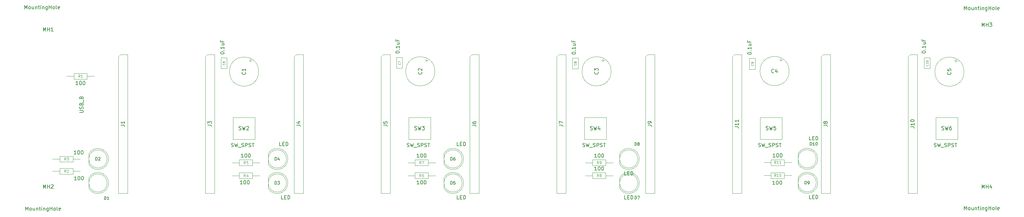
<source format=gbr>
G04 #@! TF.GenerationSoftware,KiCad,Pcbnew,(5.0.0-3-g5ebb6b6)*
G04 #@! TF.CreationDate,2018-09-13T19:08:09-07:00*
G04 #@! TF.ProjectId,iotkong,696F746B6F6E672E6B696361645F7063,rev?*
G04 #@! TF.SameCoordinates,Original*
G04 #@! TF.FileFunction,Other,Fab,Top*
%FSLAX46Y46*%
G04 Gerber Fmt 4.6, Leading zero omitted, Abs format (unit mm)*
G04 Created by KiCad (PCBNEW (5.0.0-3-g5ebb6b6)) date Thursday, September 13, 2018 at 07:08:09 PM*
%MOMM*%
%LPD*%
G01*
G04 APERTURE LIST*
%ADD10C,0.100000*%
%ADD11C,0.150000*%
%ADD12C,0.108000*%
%ADD13C,0.090000*%
%ADD14C,0.200000*%
G04 APERTURE END LIST*
D10*
G04 #@! TO.C,R1*
X56159400Y-56007000D02*
X54149400Y-56007000D01*
X48539400Y-56007000D02*
X50549400Y-56007000D01*
X54149400Y-55207000D02*
X50549400Y-55207000D01*
X54149400Y-56807000D02*
X54149400Y-55207000D01*
X50549400Y-56807000D02*
X54149400Y-56807000D01*
X50549400Y-55207000D02*
X50549400Y-56807000D01*
G04 #@! TO.C,R2*
X44678600Y-82092800D02*
X46688600Y-82092800D01*
X52298600Y-82092800D02*
X50288600Y-82092800D01*
X46688600Y-82892800D02*
X50288600Y-82892800D01*
X46688600Y-81292800D02*
X46688600Y-82892800D01*
X50288600Y-81292800D02*
X46688600Y-81292800D01*
X50288600Y-82892800D02*
X50288600Y-81292800D01*
G04 #@! TO.C,R3*
X44678600Y-78765400D02*
X46688600Y-78765400D01*
X52298600Y-78765400D02*
X50288600Y-78765400D01*
X46688600Y-79565400D02*
X50288600Y-79565400D01*
X46688600Y-77965400D02*
X46688600Y-79565400D01*
X50288600Y-77965400D02*
X46688600Y-77965400D01*
X50288600Y-79565400D02*
X50288600Y-77965400D01*
G04 #@! TO.C,R4*
X93980000Y-83312000D02*
X95990000Y-83312000D01*
X101600000Y-83312000D02*
X99590000Y-83312000D01*
X95990000Y-84112000D02*
X99590000Y-84112000D01*
X95990000Y-82512000D02*
X95990000Y-84112000D01*
X99590000Y-82512000D02*
X95990000Y-82512000D01*
X99590000Y-84112000D02*
X99590000Y-82512000D01*
G04 #@! TO.C,R5*
X93980000Y-79756000D02*
X95990000Y-79756000D01*
X101600000Y-79756000D02*
X99590000Y-79756000D01*
X95990000Y-80556000D02*
X99590000Y-80556000D01*
X95990000Y-78956000D02*
X95990000Y-80556000D01*
X99590000Y-78956000D02*
X95990000Y-78956000D01*
X99590000Y-80556000D02*
X99590000Y-78956000D01*
G04 #@! TO.C,R6*
X142240000Y-83312000D02*
X144250000Y-83312000D01*
X149860000Y-83312000D02*
X147850000Y-83312000D01*
X144250000Y-84112000D02*
X147850000Y-84112000D01*
X144250000Y-82512000D02*
X144250000Y-84112000D01*
X147850000Y-82512000D02*
X144250000Y-82512000D01*
X147850000Y-84112000D02*
X147850000Y-82512000D01*
G04 #@! TO.C,R7*
X142240000Y-79756000D02*
X144250000Y-79756000D01*
X149860000Y-79756000D02*
X147850000Y-79756000D01*
X144250000Y-80556000D02*
X147850000Y-80556000D01*
X144250000Y-78956000D02*
X144250000Y-80556000D01*
X147850000Y-78956000D02*
X144250000Y-78956000D01*
X147850000Y-80556000D02*
X147850000Y-78956000D01*
G04 #@! TO.C,R8*
X191008000Y-83312000D02*
X193018000Y-83312000D01*
X198628000Y-83312000D02*
X196618000Y-83312000D01*
X193018000Y-84112000D02*
X196618000Y-84112000D01*
X193018000Y-82512000D02*
X193018000Y-84112000D01*
X196618000Y-82512000D02*
X193018000Y-82512000D01*
X196618000Y-84112000D02*
X196618000Y-82512000D01*
G04 #@! TO.C,R9*
X191008000Y-79756000D02*
X193018000Y-79756000D01*
X198628000Y-79756000D02*
X196618000Y-79756000D01*
X193018000Y-80556000D02*
X196618000Y-80556000D01*
X193018000Y-78956000D02*
X193018000Y-80556000D01*
X196618000Y-78956000D02*
X193018000Y-78956000D01*
X196618000Y-80556000D02*
X196618000Y-78956000D01*
G04 #@! TO.C,R10*
X240030000Y-83261200D02*
X242040000Y-83261200D01*
X247650000Y-83261200D02*
X245640000Y-83261200D01*
X242040000Y-84061200D02*
X245640000Y-84061200D01*
X242040000Y-82461200D02*
X242040000Y-84061200D01*
X245640000Y-82461200D02*
X242040000Y-82461200D01*
X245640000Y-84061200D02*
X245640000Y-82461200D01*
G04 #@! TO.C,R11*
X240030000Y-79705200D02*
X242040000Y-79705200D01*
X247650000Y-79705200D02*
X245640000Y-79705200D01*
X242040000Y-80505200D02*
X245640000Y-80505200D01*
X242040000Y-78905200D02*
X242040000Y-80505200D01*
X245640000Y-78905200D02*
X242040000Y-78905200D01*
X245640000Y-80505200D02*
X245640000Y-78905200D01*
G04 #@! TO.C,SW3*
X142490000Y-73322000D02*
X148490000Y-73322000D01*
X142490000Y-67322000D02*
X148490000Y-67322000D01*
X148490000Y-67322000D02*
X148490000Y-73322000D01*
X142490000Y-67322000D02*
X142490000Y-73322000D01*
G04 #@! TO.C,SW4*
X190750000Y-73322000D02*
X196750000Y-73322000D01*
X190750000Y-67322000D02*
X196750000Y-67322000D01*
X196750000Y-67322000D02*
X196750000Y-73322000D01*
X190750000Y-67322000D02*
X190750000Y-73322000D01*
G04 #@! TO.C,SW6*
X287270000Y-73322000D02*
X293270000Y-73322000D01*
X287270000Y-67322000D02*
X293270000Y-67322000D01*
X293270000Y-67322000D02*
X293270000Y-73322000D01*
X287270000Y-67322000D02*
X287270000Y-73322000D01*
G04 #@! TO.C,SW5*
X239010000Y-73322000D02*
X245010000Y-73322000D01*
X239010000Y-67322000D02*
X245010000Y-67322000D01*
X245010000Y-67322000D02*
X245010000Y-73322000D01*
X239010000Y-67322000D02*
X239010000Y-73322000D01*
G04 #@! TO.C,SW2*
X94230000Y-73322000D02*
X100230000Y-73322000D01*
X94230000Y-67322000D02*
X100230000Y-67322000D01*
X100230000Y-67322000D02*
X100230000Y-73322000D01*
X94230000Y-67322000D02*
X94230000Y-73322000D01*
G04 #@! TO.C,J8*
X256413000Y-50038000D02*
X258318000Y-50038000D01*
X258318000Y-50038000D02*
X258318000Y-88138000D01*
X258318000Y-88138000D02*
X255778000Y-88138000D01*
X255778000Y-88138000D02*
X255778000Y-50673000D01*
X255778000Y-50673000D02*
X256413000Y-50038000D01*
G04 #@! TO.C,J9*
X208153000Y-50038000D02*
X210058000Y-50038000D01*
X210058000Y-50038000D02*
X210058000Y-88138000D01*
X210058000Y-88138000D02*
X207518000Y-88138000D01*
X207518000Y-88138000D02*
X207518000Y-50673000D01*
X207518000Y-50673000D02*
X208153000Y-50038000D01*
G04 #@! TO.C,J6*
X159893000Y-50038000D02*
X161798000Y-50038000D01*
X161798000Y-50038000D02*
X161798000Y-88138000D01*
X161798000Y-88138000D02*
X159258000Y-88138000D01*
X159258000Y-88138000D02*
X159258000Y-50673000D01*
X159258000Y-50673000D02*
X159893000Y-50038000D01*
G04 #@! TO.C,J4*
X111633000Y-50038000D02*
X113538000Y-50038000D01*
X113538000Y-50038000D02*
X113538000Y-88138000D01*
X113538000Y-88138000D02*
X110998000Y-88138000D01*
X110998000Y-88138000D02*
X110998000Y-50673000D01*
X110998000Y-50673000D02*
X111633000Y-50038000D01*
G04 #@! TO.C,J10*
X279654000Y-50673000D02*
X280289000Y-50038000D01*
X279654000Y-88138000D02*
X279654000Y-50673000D01*
X282194000Y-88138000D02*
X279654000Y-88138000D01*
X282194000Y-50038000D02*
X282194000Y-88138000D01*
X280289000Y-50038000D02*
X282194000Y-50038000D01*
G04 #@! TO.C,J11*
X231394000Y-50673000D02*
X232029000Y-50038000D01*
X231394000Y-88138000D02*
X231394000Y-50673000D01*
X233934000Y-88138000D02*
X231394000Y-88138000D01*
X233934000Y-50038000D02*
X233934000Y-88138000D01*
X232029000Y-50038000D02*
X233934000Y-50038000D01*
G04 #@! TO.C,J7*
X183134000Y-50673000D02*
X183769000Y-50038000D01*
X183134000Y-88138000D02*
X183134000Y-50673000D01*
X185674000Y-88138000D02*
X183134000Y-88138000D01*
X185674000Y-50038000D02*
X185674000Y-88138000D01*
X183769000Y-50038000D02*
X185674000Y-50038000D01*
G04 #@! TO.C,J5*
X134874000Y-50673000D02*
X135509000Y-50038000D01*
X134874000Y-88138000D02*
X134874000Y-50673000D01*
X137414000Y-88138000D02*
X134874000Y-88138000D01*
X137414000Y-50038000D02*
X137414000Y-88138000D01*
X135509000Y-50038000D02*
X137414000Y-50038000D01*
G04 #@! TO.C,C5*
X295033200Y-54773200D02*
G75*
G03X295033200Y-54773200I-4000000J0D01*
G01*
X292780700Y-51346441D02*
X292780700Y-52146441D01*
X293180700Y-51746441D02*
X292380700Y-51746441D01*
G04 #@! TO.C,C4*
X247001800Y-54595400D02*
G75*
G03X247001800Y-54595400I-4000000J0D01*
G01*
X244749300Y-51168641D02*
X244749300Y-51968641D01*
X245149300Y-51568641D02*
X244349300Y-51568641D01*
G04 #@! TO.C,C3*
X198106800Y-54671600D02*
G75*
G03X198106800Y-54671600I-4000000J0D01*
G01*
X195854300Y-51244841D02*
X195854300Y-52044841D01*
X196254300Y-51644841D02*
X195454300Y-51644841D01*
G04 #@! TO.C,C2*
X149694400Y-54671600D02*
G75*
G03X149694400Y-54671600I-4000000J0D01*
G01*
X147441900Y-51244841D02*
X147441900Y-52044841D01*
X147841900Y-51644841D02*
X147041900Y-51644841D01*
G04 #@! TO.C,J3*
X87249000Y-50038000D02*
X89154000Y-50038000D01*
X89154000Y-50038000D02*
X89154000Y-88138000D01*
X89154000Y-88138000D02*
X86614000Y-88138000D01*
X86614000Y-88138000D02*
X86614000Y-50673000D01*
X86614000Y-50673000D02*
X87249000Y-50038000D01*
G04 #@! TO.C,J1*
X62738000Y-50673000D02*
X63373000Y-50038000D01*
X62738000Y-88138000D02*
X62738000Y-50673000D01*
X65278000Y-88138000D02*
X62738000Y-88138000D01*
X65278000Y-50038000D02*
X65278000Y-88138000D01*
X63373000Y-50038000D02*
X65278000Y-50038000D01*
G04 #@! TO.C,C1*
X99429500Y-51721041D02*
X98629500Y-51721041D01*
X99029500Y-51321041D02*
X99029500Y-52121041D01*
X101282000Y-54747800D02*
G75*
G03X101282000Y-54747800I-4000000J0D01*
G01*
G04 #@! TO.C,C6*
X92570200Y-50880200D02*
X90970200Y-50880200D01*
X90970200Y-50880200D02*
X90970200Y-53880200D01*
X90970200Y-53880200D02*
X92570200Y-53880200D01*
X92570200Y-53880200D02*
X92570200Y-50880200D01*
G04 #@! TO.C,C7*
X140728600Y-53829400D02*
X140728600Y-50829400D01*
X139128600Y-53829400D02*
X140728600Y-53829400D01*
X139128600Y-50829400D02*
X139128600Y-53829400D01*
X140728600Y-50829400D02*
X139128600Y-50829400D01*
G04 #@! TO.C,C8*
X189090200Y-50981800D02*
X187490200Y-50981800D01*
X187490200Y-50981800D02*
X187490200Y-53981800D01*
X187490200Y-53981800D02*
X189090200Y-53981800D01*
X189090200Y-53981800D02*
X189090200Y-50981800D01*
G04 #@! TO.C,C9*
X237680400Y-54108800D02*
X237680400Y-51108800D01*
X236080400Y-54108800D02*
X237680400Y-54108800D01*
X236080400Y-51108800D02*
X236080400Y-54108800D01*
X237680400Y-51108800D02*
X236080400Y-51108800D01*
G04 #@! TO.C,C10*
X285711800Y-50905600D02*
X284111800Y-50905600D01*
X284111800Y-50905600D02*
X284111800Y-53905600D01*
X284111800Y-53905600D02*
X285711800Y-53905600D01*
X285711800Y-53905600D02*
X285711800Y-50905600D01*
G04 #@! TO.C,D1*
X54650000Y-83874306D02*
X54650000Y-86813694D01*
X59650000Y-85344000D02*
G75*
G03X59650000Y-85344000I-2500000J0D01*
G01*
X54649984Y-86813666D02*
G75*
G03X54650000Y-83874306I2500016J1469666D01*
G01*
G04 #@! TO.C,D2*
X54649984Y-80209666D02*
G75*
G03X54650000Y-77270306I2500016J1469666D01*
G01*
X59650000Y-78740000D02*
G75*
G03X59650000Y-78740000I-2500000J0D01*
G01*
X54650000Y-77270306D02*
X54650000Y-80209694D01*
G04 #@! TO.C,D3*
X103926000Y-83874306D02*
X103926000Y-86813694D01*
X108926000Y-85344000D02*
G75*
G03X108926000Y-85344000I-2500000J0D01*
G01*
X103925984Y-86813666D02*
G75*
G03X103926000Y-83874306I2500016J1469666D01*
G01*
G04 #@! TO.C,D4*
X103925984Y-80209666D02*
G75*
G03X103926000Y-77270306I2500016J1469666D01*
G01*
X108926000Y-78740000D02*
G75*
G03X108926000Y-78740000I-2500000J0D01*
G01*
X103926000Y-77270306D02*
X103926000Y-80209694D01*
G04 #@! TO.C,D5*
X152186000Y-83874306D02*
X152186000Y-86813694D01*
X157186000Y-85344000D02*
G75*
G03X157186000Y-85344000I-2500000J0D01*
G01*
X152185984Y-86813666D02*
G75*
G03X152186000Y-83874306I2500016J1469666D01*
G01*
G04 #@! TO.C,D6*
X152185984Y-80209666D02*
G75*
G03X152186000Y-77270306I2500016J1469666D01*
G01*
X157186000Y-78740000D02*
G75*
G03X157186000Y-78740000I-2500000J0D01*
G01*
X152186000Y-77270306D02*
X152186000Y-80209694D01*
G04 #@! TO.C,D7*
X200446000Y-83874306D02*
X200446000Y-86813694D01*
X205446000Y-85344000D02*
G75*
G03X205446000Y-85344000I-2500000J0D01*
G01*
X200445984Y-86813666D02*
G75*
G03X200446000Y-83874306I2500016J1469666D01*
G01*
G04 #@! TO.C,D8*
X200446000Y-77270306D02*
X200446000Y-80209694D01*
X205446000Y-78740000D02*
G75*
G03X205446000Y-78740000I-2500000J0D01*
G01*
X200445984Y-80209666D02*
G75*
G03X200446000Y-77270306I2500016J1469666D01*
G01*
G04 #@! TO.C,D9*
X249467984Y-86762866D02*
G75*
G03X249468000Y-83823506I2500016J1469666D01*
G01*
X254468000Y-85293200D02*
G75*
G03X254468000Y-85293200I-2500000J0D01*
G01*
X249468000Y-83823506D02*
X249468000Y-86762894D01*
G04 #@! TO.C,D10*
X249467984Y-80158866D02*
G75*
G03X249468000Y-77219506I2500016J1469666D01*
G01*
X254468000Y-78689200D02*
G75*
G03X254468000Y-78689200I-2500000J0D01*
G01*
X249468000Y-77219506D02*
X249468000Y-80158894D01*
G04 #@! TD*
G04 #@! TO.C,R1*
D11*
X51682733Y-58379380D02*
X51111304Y-58379380D01*
X51397019Y-58379380D02*
X51397019Y-57379380D01*
X51301780Y-57522238D01*
X51206542Y-57617476D01*
X51111304Y-57665095D01*
X52301780Y-57379380D02*
X52397019Y-57379380D01*
X52492257Y-57427000D01*
X52539876Y-57474619D01*
X52587495Y-57569857D01*
X52635114Y-57760333D01*
X52635114Y-57998428D01*
X52587495Y-58188904D01*
X52539876Y-58284142D01*
X52492257Y-58331761D01*
X52397019Y-58379380D01*
X52301780Y-58379380D01*
X52206542Y-58331761D01*
X52158923Y-58284142D01*
X52111304Y-58188904D01*
X52063685Y-57998428D01*
X52063685Y-57760333D01*
X52111304Y-57569857D01*
X52158923Y-57474619D01*
X52206542Y-57427000D01*
X52301780Y-57379380D01*
X53254161Y-57379380D02*
X53349400Y-57379380D01*
X53444638Y-57427000D01*
X53492257Y-57474619D01*
X53539876Y-57569857D01*
X53587495Y-57760333D01*
X53587495Y-57998428D01*
X53539876Y-58188904D01*
X53492257Y-58284142D01*
X53444638Y-58331761D01*
X53349400Y-58379380D01*
X53254161Y-58379380D01*
X53158923Y-58331761D01*
X53111304Y-58284142D01*
X53063685Y-58188904D01*
X53016066Y-57998428D01*
X53016066Y-57760333D01*
X53063685Y-57569857D01*
X53111304Y-57474619D01*
X53158923Y-57427000D01*
X53254161Y-57379380D01*
D12*
X52229400Y-56332714D02*
X51989400Y-55989857D01*
X51817971Y-56332714D02*
X51817971Y-55612714D01*
X52092257Y-55612714D01*
X52160828Y-55647000D01*
X52195114Y-55681285D01*
X52229400Y-55749857D01*
X52229400Y-55852714D01*
X52195114Y-55921285D01*
X52160828Y-55955571D01*
X52092257Y-55989857D01*
X51817971Y-55989857D01*
X52915114Y-56332714D02*
X52503685Y-56332714D01*
X52709400Y-56332714D02*
X52709400Y-55612714D01*
X52640828Y-55715571D01*
X52572257Y-55784142D01*
X52503685Y-55818428D01*
G04 #@! TO.C,R2*
D11*
X51250933Y-84526380D02*
X50679504Y-84526380D01*
X50965219Y-84526380D02*
X50965219Y-83526380D01*
X50869980Y-83669238D01*
X50774742Y-83764476D01*
X50679504Y-83812095D01*
X51869980Y-83526380D02*
X51965219Y-83526380D01*
X52060457Y-83574000D01*
X52108076Y-83621619D01*
X52155695Y-83716857D01*
X52203314Y-83907333D01*
X52203314Y-84145428D01*
X52155695Y-84335904D01*
X52108076Y-84431142D01*
X52060457Y-84478761D01*
X51965219Y-84526380D01*
X51869980Y-84526380D01*
X51774742Y-84478761D01*
X51727123Y-84431142D01*
X51679504Y-84335904D01*
X51631885Y-84145428D01*
X51631885Y-83907333D01*
X51679504Y-83716857D01*
X51727123Y-83621619D01*
X51774742Y-83574000D01*
X51869980Y-83526380D01*
X52822361Y-83526380D02*
X52917600Y-83526380D01*
X53012838Y-83574000D01*
X53060457Y-83621619D01*
X53108076Y-83716857D01*
X53155695Y-83907333D01*
X53155695Y-84145428D01*
X53108076Y-84335904D01*
X53060457Y-84431142D01*
X53012838Y-84478761D01*
X52917600Y-84526380D01*
X52822361Y-84526380D01*
X52727123Y-84478761D01*
X52679504Y-84431142D01*
X52631885Y-84335904D01*
X52584266Y-84145428D01*
X52584266Y-83907333D01*
X52631885Y-83716857D01*
X52679504Y-83621619D01*
X52727123Y-83574000D01*
X52822361Y-83526380D01*
D12*
X48368600Y-82418514D02*
X48128600Y-82075657D01*
X47957171Y-82418514D02*
X47957171Y-81698514D01*
X48231457Y-81698514D01*
X48300028Y-81732800D01*
X48334314Y-81767085D01*
X48368600Y-81835657D01*
X48368600Y-81938514D01*
X48334314Y-82007085D01*
X48300028Y-82041371D01*
X48231457Y-82075657D01*
X47957171Y-82075657D01*
X48642885Y-81767085D02*
X48677171Y-81732800D01*
X48745742Y-81698514D01*
X48917171Y-81698514D01*
X48985742Y-81732800D01*
X49020028Y-81767085D01*
X49054314Y-81835657D01*
X49054314Y-81904228D01*
X49020028Y-82007085D01*
X48608600Y-82418514D01*
X49054314Y-82418514D01*
G04 #@! TO.C,R3*
D11*
X51174733Y-77439780D02*
X50603304Y-77439780D01*
X50889019Y-77439780D02*
X50889019Y-76439780D01*
X50793780Y-76582638D01*
X50698542Y-76677876D01*
X50603304Y-76725495D01*
X51793780Y-76439780D02*
X51889019Y-76439780D01*
X51984257Y-76487400D01*
X52031876Y-76535019D01*
X52079495Y-76630257D01*
X52127114Y-76820733D01*
X52127114Y-77058828D01*
X52079495Y-77249304D01*
X52031876Y-77344542D01*
X51984257Y-77392161D01*
X51889019Y-77439780D01*
X51793780Y-77439780D01*
X51698542Y-77392161D01*
X51650923Y-77344542D01*
X51603304Y-77249304D01*
X51555685Y-77058828D01*
X51555685Y-76820733D01*
X51603304Y-76630257D01*
X51650923Y-76535019D01*
X51698542Y-76487400D01*
X51793780Y-76439780D01*
X52746161Y-76439780D02*
X52841400Y-76439780D01*
X52936638Y-76487400D01*
X52984257Y-76535019D01*
X53031876Y-76630257D01*
X53079495Y-76820733D01*
X53079495Y-77058828D01*
X53031876Y-77249304D01*
X52984257Y-77344542D01*
X52936638Y-77392161D01*
X52841400Y-77439780D01*
X52746161Y-77439780D01*
X52650923Y-77392161D01*
X52603304Y-77344542D01*
X52555685Y-77249304D01*
X52508066Y-77058828D01*
X52508066Y-76820733D01*
X52555685Y-76630257D01*
X52603304Y-76535019D01*
X52650923Y-76487400D01*
X52746161Y-76439780D01*
D12*
X48368600Y-79091114D02*
X48128600Y-78748257D01*
X47957171Y-79091114D02*
X47957171Y-78371114D01*
X48231457Y-78371114D01*
X48300028Y-78405400D01*
X48334314Y-78439685D01*
X48368600Y-78508257D01*
X48368600Y-78611114D01*
X48334314Y-78679685D01*
X48300028Y-78713971D01*
X48231457Y-78748257D01*
X47957171Y-78748257D01*
X48608600Y-78371114D02*
X49054314Y-78371114D01*
X48814314Y-78645400D01*
X48917171Y-78645400D01*
X48985742Y-78679685D01*
X49020028Y-78713971D01*
X49054314Y-78782542D01*
X49054314Y-78953971D01*
X49020028Y-79022542D01*
X48985742Y-79056828D01*
X48917171Y-79091114D01*
X48711457Y-79091114D01*
X48642885Y-79056828D01*
X48608600Y-79022542D01*
G04 #@! TO.C,R4*
D11*
X96818533Y-85643980D02*
X96247104Y-85643980D01*
X96532819Y-85643980D02*
X96532819Y-84643980D01*
X96437580Y-84786838D01*
X96342342Y-84882076D01*
X96247104Y-84929695D01*
X97437580Y-84643980D02*
X97532819Y-84643980D01*
X97628057Y-84691600D01*
X97675676Y-84739219D01*
X97723295Y-84834457D01*
X97770914Y-85024933D01*
X97770914Y-85263028D01*
X97723295Y-85453504D01*
X97675676Y-85548742D01*
X97628057Y-85596361D01*
X97532819Y-85643980D01*
X97437580Y-85643980D01*
X97342342Y-85596361D01*
X97294723Y-85548742D01*
X97247104Y-85453504D01*
X97199485Y-85263028D01*
X97199485Y-85024933D01*
X97247104Y-84834457D01*
X97294723Y-84739219D01*
X97342342Y-84691600D01*
X97437580Y-84643980D01*
X98389961Y-84643980D02*
X98485200Y-84643980D01*
X98580438Y-84691600D01*
X98628057Y-84739219D01*
X98675676Y-84834457D01*
X98723295Y-85024933D01*
X98723295Y-85263028D01*
X98675676Y-85453504D01*
X98628057Y-85548742D01*
X98580438Y-85596361D01*
X98485200Y-85643980D01*
X98389961Y-85643980D01*
X98294723Y-85596361D01*
X98247104Y-85548742D01*
X98199485Y-85453504D01*
X98151866Y-85263028D01*
X98151866Y-85024933D01*
X98199485Y-84834457D01*
X98247104Y-84739219D01*
X98294723Y-84691600D01*
X98389961Y-84643980D01*
D12*
X97670000Y-83637714D02*
X97430000Y-83294857D01*
X97258571Y-83637714D02*
X97258571Y-82917714D01*
X97532857Y-82917714D01*
X97601428Y-82952000D01*
X97635714Y-82986285D01*
X97670000Y-83054857D01*
X97670000Y-83157714D01*
X97635714Y-83226285D01*
X97601428Y-83260571D01*
X97532857Y-83294857D01*
X97258571Y-83294857D01*
X98287142Y-83157714D02*
X98287142Y-83637714D01*
X98115714Y-82883428D02*
X97944285Y-83397714D01*
X98390000Y-83397714D01*
G04 #@! TO.C,R5*
D11*
X97123333Y-78288380D02*
X96551904Y-78288380D01*
X96837619Y-78288380D02*
X96837619Y-77288380D01*
X96742380Y-77431238D01*
X96647142Y-77526476D01*
X96551904Y-77574095D01*
X97742380Y-77288380D02*
X97837619Y-77288380D01*
X97932857Y-77336000D01*
X97980476Y-77383619D01*
X98028095Y-77478857D01*
X98075714Y-77669333D01*
X98075714Y-77907428D01*
X98028095Y-78097904D01*
X97980476Y-78193142D01*
X97932857Y-78240761D01*
X97837619Y-78288380D01*
X97742380Y-78288380D01*
X97647142Y-78240761D01*
X97599523Y-78193142D01*
X97551904Y-78097904D01*
X97504285Y-77907428D01*
X97504285Y-77669333D01*
X97551904Y-77478857D01*
X97599523Y-77383619D01*
X97647142Y-77336000D01*
X97742380Y-77288380D01*
X98694761Y-77288380D02*
X98790000Y-77288380D01*
X98885238Y-77336000D01*
X98932857Y-77383619D01*
X98980476Y-77478857D01*
X99028095Y-77669333D01*
X99028095Y-77907428D01*
X98980476Y-78097904D01*
X98932857Y-78193142D01*
X98885238Y-78240761D01*
X98790000Y-78288380D01*
X98694761Y-78288380D01*
X98599523Y-78240761D01*
X98551904Y-78193142D01*
X98504285Y-78097904D01*
X98456666Y-77907428D01*
X98456666Y-77669333D01*
X98504285Y-77478857D01*
X98551904Y-77383619D01*
X98599523Y-77336000D01*
X98694761Y-77288380D01*
D12*
X97670000Y-80081714D02*
X97430000Y-79738857D01*
X97258571Y-80081714D02*
X97258571Y-79361714D01*
X97532857Y-79361714D01*
X97601428Y-79396000D01*
X97635714Y-79430285D01*
X97670000Y-79498857D01*
X97670000Y-79601714D01*
X97635714Y-79670285D01*
X97601428Y-79704571D01*
X97532857Y-79738857D01*
X97258571Y-79738857D01*
X98321428Y-79361714D02*
X97978571Y-79361714D01*
X97944285Y-79704571D01*
X97978571Y-79670285D01*
X98047142Y-79636000D01*
X98218571Y-79636000D01*
X98287142Y-79670285D01*
X98321428Y-79704571D01*
X98355714Y-79773142D01*
X98355714Y-79944571D01*
X98321428Y-80013142D01*
X98287142Y-80047428D01*
X98218571Y-80081714D01*
X98047142Y-80081714D01*
X97978571Y-80047428D01*
X97944285Y-80013142D01*
G04 #@! TO.C,R6*
D11*
X145383333Y-85669380D02*
X144811904Y-85669380D01*
X145097619Y-85669380D02*
X145097619Y-84669380D01*
X145002380Y-84812238D01*
X144907142Y-84907476D01*
X144811904Y-84955095D01*
X146002380Y-84669380D02*
X146097619Y-84669380D01*
X146192857Y-84717000D01*
X146240476Y-84764619D01*
X146288095Y-84859857D01*
X146335714Y-85050333D01*
X146335714Y-85288428D01*
X146288095Y-85478904D01*
X146240476Y-85574142D01*
X146192857Y-85621761D01*
X146097619Y-85669380D01*
X146002380Y-85669380D01*
X145907142Y-85621761D01*
X145859523Y-85574142D01*
X145811904Y-85478904D01*
X145764285Y-85288428D01*
X145764285Y-85050333D01*
X145811904Y-84859857D01*
X145859523Y-84764619D01*
X145907142Y-84717000D01*
X146002380Y-84669380D01*
X146954761Y-84669380D02*
X147050000Y-84669380D01*
X147145238Y-84717000D01*
X147192857Y-84764619D01*
X147240476Y-84859857D01*
X147288095Y-85050333D01*
X147288095Y-85288428D01*
X147240476Y-85478904D01*
X147192857Y-85574142D01*
X147145238Y-85621761D01*
X147050000Y-85669380D01*
X146954761Y-85669380D01*
X146859523Y-85621761D01*
X146811904Y-85574142D01*
X146764285Y-85478904D01*
X146716666Y-85288428D01*
X146716666Y-85050333D01*
X146764285Y-84859857D01*
X146811904Y-84764619D01*
X146859523Y-84717000D01*
X146954761Y-84669380D01*
D12*
X145930000Y-83637714D02*
X145690000Y-83294857D01*
X145518571Y-83637714D02*
X145518571Y-82917714D01*
X145792857Y-82917714D01*
X145861428Y-82952000D01*
X145895714Y-82986285D01*
X145930000Y-83054857D01*
X145930000Y-83157714D01*
X145895714Y-83226285D01*
X145861428Y-83260571D01*
X145792857Y-83294857D01*
X145518571Y-83294857D01*
X146547142Y-82917714D02*
X146410000Y-82917714D01*
X146341428Y-82952000D01*
X146307142Y-82986285D01*
X146238571Y-83089142D01*
X146204285Y-83226285D01*
X146204285Y-83500571D01*
X146238571Y-83569142D01*
X146272857Y-83603428D01*
X146341428Y-83637714D01*
X146478571Y-83637714D01*
X146547142Y-83603428D01*
X146581428Y-83569142D01*
X146615714Y-83500571D01*
X146615714Y-83329142D01*
X146581428Y-83260571D01*
X146547142Y-83226285D01*
X146478571Y-83192000D01*
X146341428Y-83192000D01*
X146272857Y-83226285D01*
X146238571Y-83260571D01*
X146204285Y-83329142D01*
G04 #@! TO.C,R7*
D11*
X145383333Y-78288380D02*
X144811904Y-78288380D01*
X145097619Y-78288380D02*
X145097619Y-77288380D01*
X145002380Y-77431238D01*
X144907142Y-77526476D01*
X144811904Y-77574095D01*
X146002380Y-77288380D02*
X146097619Y-77288380D01*
X146192857Y-77336000D01*
X146240476Y-77383619D01*
X146288095Y-77478857D01*
X146335714Y-77669333D01*
X146335714Y-77907428D01*
X146288095Y-78097904D01*
X146240476Y-78193142D01*
X146192857Y-78240761D01*
X146097619Y-78288380D01*
X146002380Y-78288380D01*
X145907142Y-78240761D01*
X145859523Y-78193142D01*
X145811904Y-78097904D01*
X145764285Y-77907428D01*
X145764285Y-77669333D01*
X145811904Y-77478857D01*
X145859523Y-77383619D01*
X145907142Y-77336000D01*
X146002380Y-77288380D01*
X146954761Y-77288380D02*
X147050000Y-77288380D01*
X147145238Y-77336000D01*
X147192857Y-77383619D01*
X147240476Y-77478857D01*
X147288095Y-77669333D01*
X147288095Y-77907428D01*
X147240476Y-78097904D01*
X147192857Y-78193142D01*
X147145238Y-78240761D01*
X147050000Y-78288380D01*
X146954761Y-78288380D01*
X146859523Y-78240761D01*
X146811904Y-78193142D01*
X146764285Y-78097904D01*
X146716666Y-77907428D01*
X146716666Y-77669333D01*
X146764285Y-77478857D01*
X146811904Y-77383619D01*
X146859523Y-77336000D01*
X146954761Y-77288380D01*
D12*
X145930000Y-80081714D02*
X145690000Y-79738857D01*
X145518571Y-80081714D02*
X145518571Y-79361714D01*
X145792857Y-79361714D01*
X145861428Y-79396000D01*
X145895714Y-79430285D01*
X145930000Y-79498857D01*
X145930000Y-79601714D01*
X145895714Y-79670285D01*
X145861428Y-79704571D01*
X145792857Y-79738857D01*
X145518571Y-79738857D01*
X146170000Y-79361714D02*
X146650000Y-79361714D01*
X146341428Y-80081714D01*
G04 #@! TO.C,R8*
D11*
X194151333Y-81844380D02*
X193579904Y-81844380D01*
X193865619Y-81844380D02*
X193865619Y-80844380D01*
X193770380Y-80987238D01*
X193675142Y-81082476D01*
X193579904Y-81130095D01*
X194770380Y-80844380D02*
X194865619Y-80844380D01*
X194960857Y-80892000D01*
X195008476Y-80939619D01*
X195056095Y-81034857D01*
X195103714Y-81225333D01*
X195103714Y-81463428D01*
X195056095Y-81653904D01*
X195008476Y-81749142D01*
X194960857Y-81796761D01*
X194865619Y-81844380D01*
X194770380Y-81844380D01*
X194675142Y-81796761D01*
X194627523Y-81749142D01*
X194579904Y-81653904D01*
X194532285Y-81463428D01*
X194532285Y-81225333D01*
X194579904Y-81034857D01*
X194627523Y-80939619D01*
X194675142Y-80892000D01*
X194770380Y-80844380D01*
X195722761Y-80844380D02*
X195818000Y-80844380D01*
X195913238Y-80892000D01*
X195960857Y-80939619D01*
X196008476Y-81034857D01*
X196056095Y-81225333D01*
X196056095Y-81463428D01*
X196008476Y-81653904D01*
X195960857Y-81749142D01*
X195913238Y-81796761D01*
X195818000Y-81844380D01*
X195722761Y-81844380D01*
X195627523Y-81796761D01*
X195579904Y-81749142D01*
X195532285Y-81653904D01*
X195484666Y-81463428D01*
X195484666Y-81225333D01*
X195532285Y-81034857D01*
X195579904Y-80939619D01*
X195627523Y-80892000D01*
X195722761Y-80844380D01*
D12*
X194698000Y-83637714D02*
X194458000Y-83294857D01*
X194286571Y-83637714D02*
X194286571Y-82917714D01*
X194560857Y-82917714D01*
X194629428Y-82952000D01*
X194663714Y-82986285D01*
X194698000Y-83054857D01*
X194698000Y-83157714D01*
X194663714Y-83226285D01*
X194629428Y-83260571D01*
X194560857Y-83294857D01*
X194286571Y-83294857D01*
X195109428Y-83226285D02*
X195040857Y-83192000D01*
X195006571Y-83157714D01*
X194972285Y-83089142D01*
X194972285Y-83054857D01*
X195006571Y-82986285D01*
X195040857Y-82952000D01*
X195109428Y-82917714D01*
X195246571Y-82917714D01*
X195315142Y-82952000D01*
X195349428Y-82986285D01*
X195383714Y-83054857D01*
X195383714Y-83089142D01*
X195349428Y-83157714D01*
X195315142Y-83192000D01*
X195246571Y-83226285D01*
X195109428Y-83226285D01*
X195040857Y-83260571D01*
X195006571Y-83294857D01*
X194972285Y-83363428D01*
X194972285Y-83500571D01*
X195006571Y-83569142D01*
X195040857Y-83603428D01*
X195109428Y-83637714D01*
X195246571Y-83637714D01*
X195315142Y-83603428D01*
X195349428Y-83569142D01*
X195383714Y-83500571D01*
X195383714Y-83363428D01*
X195349428Y-83294857D01*
X195315142Y-83260571D01*
X195246571Y-83226285D01*
G04 #@! TO.C,R9*
D11*
X194151333Y-78288380D02*
X193579904Y-78288380D01*
X193865619Y-78288380D02*
X193865619Y-77288380D01*
X193770380Y-77431238D01*
X193675142Y-77526476D01*
X193579904Y-77574095D01*
X194770380Y-77288380D02*
X194865619Y-77288380D01*
X194960857Y-77336000D01*
X195008476Y-77383619D01*
X195056095Y-77478857D01*
X195103714Y-77669333D01*
X195103714Y-77907428D01*
X195056095Y-78097904D01*
X195008476Y-78193142D01*
X194960857Y-78240761D01*
X194865619Y-78288380D01*
X194770380Y-78288380D01*
X194675142Y-78240761D01*
X194627523Y-78193142D01*
X194579904Y-78097904D01*
X194532285Y-77907428D01*
X194532285Y-77669333D01*
X194579904Y-77478857D01*
X194627523Y-77383619D01*
X194675142Y-77336000D01*
X194770380Y-77288380D01*
X195722761Y-77288380D02*
X195818000Y-77288380D01*
X195913238Y-77336000D01*
X195960857Y-77383619D01*
X196008476Y-77478857D01*
X196056095Y-77669333D01*
X196056095Y-77907428D01*
X196008476Y-78097904D01*
X195960857Y-78193142D01*
X195913238Y-78240761D01*
X195818000Y-78288380D01*
X195722761Y-78288380D01*
X195627523Y-78240761D01*
X195579904Y-78193142D01*
X195532285Y-78097904D01*
X195484666Y-77907428D01*
X195484666Y-77669333D01*
X195532285Y-77478857D01*
X195579904Y-77383619D01*
X195627523Y-77336000D01*
X195722761Y-77288380D01*
D12*
X194698000Y-80081714D02*
X194458000Y-79738857D01*
X194286571Y-80081714D02*
X194286571Y-79361714D01*
X194560857Y-79361714D01*
X194629428Y-79396000D01*
X194663714Y-79430285D01*
X194698000Y-79498857D01*
X194698000Y-79601714D01*
X194663714Y-79670285D01*
X194629428Y-79704571D01*
X194560857Y-79738857D01*
X194286571Y-79738857D01*
X195040857Y-80081714D02*
X195178000Y-80081714D01*
X195246571Y-80047428D01*
X195280857Y-80013142D01*
X195349428Y-79910285D01*
X195383714Y-79773142D01*
X195383714Y-79498857D01*
X195349428Y-79430285D01*
X195315142Y-79396000D01*
X195246571Y-79361714D01*
X195109428Y-79361714D01*
X195040857Y-79396000D01*
X195006571Y-79430285D01*
X194972285Y-79498857D01*
X194972285Y-79670285D01*
X195006571Y-79738857D01*
X195040857Y-79773142D01*
X195109428Y-79807428D01*
X195246571Y-79807428D01*
X195315142Y-79773142D01*
X195349428Y-79738857D01*
X195383714Y-79670285D01*
G04 #@! TO.C,R10*
D11*
X243071733Y-85745580D02*
X242500304Y-85745580D01*
X242786019Y-85745580D02*
X242786019Y-84745580D01*
X242690780Y-84888438D01*
X242595542Y-84983676D01*
X242500304Y-85031295D01*
X243690780Y-84745580D02*
X243786019Y-84745580D01*
X243881257Y-84793200D01*
X243928876Y-84840819D01*
X243976495Y-84936057D01*
X244024114Y-85126533D01*
X244024114Y-85364628D01*
X243976495Y-85555104D01*
X243928876Y-85650342D01*
X243881257Y-85697961D01*
X243786019Y-85745580D01*
X243690780Y-85745580D01*
X243595542Y-85697961D01*
X243547923Y-85650342D01*
X243500304Y-85555104D01*
X243452685Y-85364628D01*
X243452685Y-85126533D01*
X243500304Y-84936057D01*
X243547923Y-84840819D01*
X243595542Y-84793200D01*
X243690780Y-84745580D01*
X244643161Y-84745580D02*
X244738400Y-84745580D01*
X244833638Y-84793200D01*
X244881257Y-84840819D01*
X244928876Y-84936057D01*
X244976495Y-85126533D01*
X244976495Y-85364628D01*
X244928876Y-85555104D01*
X244881257Y-85650342D01*
X244833638Y-85697961D01*
X244738400Y-85745580D01*
X244643161Y-85745580D01*
X244547923Y-85697961D01*
X244500304Y-85650342D01*
X244452685Y-85555104D01*
X244405066Y-85364628D01*
X244405066Y-85126533D01*
X244452685Y-84936057D01*
X244500304Y-84840819D01*
X244547923Y-84793200D01*
X244643161Y-84745580D01*
D12*
X243377142Y-83586914D02*
X243137142Y-83244057D01*
X242965714Y-83586914D02*
X242965714Y-82866914D01*
X243240000Y-82866914D01*
X243308571Y-82901200D01*
X243342857Y-82935485D01*
X243377142Y-83004057D01*
X243377142Y-83106914D01*
X243342857Y-83175485D01*
X243308571Y-83209771D01*
X243240000Y-83244057D01*
X242965714Y-83244057D01*
X244062857Y-83586914D02*
X243651428Y-83586914D01*
X243857142Y-83586914D02*
X243857142Y-82866914D01*
X243788571Y-82969771D01*
X243720000Y-83038342D01*
X243651428Y-83072628D01*
X244508571Y-82866914D02*
X244577142Y-82866914D01*
X244645714Y-82901200D01*
X244680000Y-82935485D01*
X244714285Y-83004057D01*
X244748571Y-83141200D01*
X244748571Y-83312628D01*
X244714285Y-83449771D01*
X244680000Y-83518342D01*
X244645714Y-83552628D01*
X244577142Y-83586914D01*
X244508571Y-83586914D01*
X244440000Y-83552628D01*
X244405714Y-83518342D01*
X244371428Y-83449771D01*
X244337142Y-83312628D01*
X244337142Y-83141200D01*
X244371428Y-83004057D01*
X244405714Y-82935485D01*
X244440000Y-82901200D01*
X244508571Y-82866914D01*
G04 #@! TO.C,R11*
D11*
X243173333Y-78237580D02*
X242601904Y-78237580D01*
X242887619Y-78237580D02*
X242887619Y-77237580D01*
X242792380Y-77380438D01*
X242697142Y-77475676D01*
X242601904Y-77523295D01*
X243792380Y-77237580D02*
X243887619Y-77237580D01*
X243982857Y-77285200D01*
X244030476Y-77332819D01*
X244078095Y-77428057D01*
X244125714Y-77618533D01*
X244125714Y-77856628D01*
X244078095Y-78047104D01*
X244030476Y-78142342D01*
X243982857Y-78189961D01*
X243887619Y-78237580D01*
X243792380Y-78237580D01*
X243697142Y-78189961D01*
X243649523Y-78142342D01*
X243601904Y-78047104D01*
X243554285Y-77856628D01*
X243554285Y-77618533D01*
X243601904Y-77428057D01*
X243649523Y-77332819D01*
X243697142Y-77285200D01*
X243792380Y-77237580D01*
X244744761Y-77237580D02*
X244840000Y-77237580D01*
X244935238Y-77285200D01*
X244982857Y-77332819D01*
X245030476Y-77428057D01*
X245078095Y-77618533D01*
X245078095Y-77856628D01*
X245030476Y-78047104D01*
X244982857Y-78142342D01*
X244935238Y-78189961D01*
X244840000Y-78237580D01*
X244744761Y-78237580D01*
X244649523Y-78189961D01*
X244601904Y-78142342D01*
X244554285Y-78047104D01*
X244506666Y-77856628D01*
X244506666Y-77618533D01*
X244554285Y-77428057D01*
X244601904Y-77332819D01*
X244649523Y-77285200D01*
X244744761Y-77237580D01*
D12*
X243377142Y-80030914D02*
X243137142Y-79688057D01*
X242965714Y-80030914D02*
X242965714Y-79310914D01*
X243240000Y-79310914D01*
X243308571Y-79345200D01*
X243342857Y-79379485D01*
X243377142Y-79448057D01*
X243377142Y-79550914D01*
X243342857Y-79619485D01*
X243308571Y-79653771D01*
X243240000Y-79688057D01*
X242965714Y-79688057D01*
X244062857Y-80030914D02*
X243651428Y-80030914D01*
X243857142Y-80030914D02*
X243857142Y-79310914D01*
X243788571Y-79413771D01*
X243720000Y-79482342D01*
X243651428Y-79516628D01*
X244748571Y-80030914D02*
X244337142Y-80030914D01*
X244542857Y-80030914D02*
X244542857Y-79310914D01*
X244474285Y-79413771D01*
X244405714Y-79482342D01*
X244337142Y-79516628D01*
G04 #@! TO.C,SW3*
D11*
X142068571Y-75376761D02*
X142211428Y-75424380D01*
X142449523Y-75424380D01*
X142544761Y-75376761D01*
X142592380Y-75329142D01*
X142640000Y-75233904D01*
X142640000Y-75138666D01*
X142592380Y-75043428D01*
X142544761Y-74995809D01*
X142449523Y-74948190D01*
X142259047Y-74900571D01*
X142163809Y-74852952D01*
X142116190Y-74805333D01*
X142068571Y-74710095D01*
X142068571Y-74614857D01*
X142116190Y-74519619D01*
X142163809Y-74472000D01*
X142259047Y-74424380D01*
X142497142Y-74424380D01*
X142640000Y-74472000D01*
X142973333Y-74424380D02*
X143211428Y-75424380D01*
X143401904Y-74710095D01*
X143592380Y-75424380D01*
X143830476Y-74424380D01*
X143973333Y-75519619D02*
X144735238Y-75519619D01*
X144925714Y-75376761D02*
X145068571Y-75424380D01*
X145306666Y-75424380D01*
X145401904Y-75376761D01*
X145449523Y-75329142D01*
X145497142Y-75233904D01*
X145497142Y-75138666D01*
X145449523Y-75043428D01*
X145401904Y-74995809D01*
X145306666Y-74948190D01*
X145116190Y-74900571D01*
X145020952Y-74852952D01*
X144973333Y-74805333D01*
X144925714Y-74710095D01*
X144925714Y-74614857D01*
X144973333Y-74519619D01*
X145020952Y-74472000D01*
X145116190Y-74424380D01*
X145354285Y-74424380D01*
X145497142Y-74472000D01*
X145925714Y-75424380D02*
X145925714Y-74424380D01*
X146306666Y-74424380D01*
X146401904Y-74472000D01*
X146449523Y-74519619D01*
X146497142Y-74614857D01*
X146497142Y-74757714D01*
X146449523Y-74852952D01*
X146401904Y-74900571D01*
X146306666Y-74948190D01*
X145925714Y-74948190D01*
X146878095Y-75376761D02*
X147020952Y-75424380D01*
X147259047Y-75424380D01*
X147354285Y-75376761D01*
X147401904Y-75329142D01*
X147449523Y-75233904D01*
X147449523Y-75138666D01*
X147401904Y-75043428D01*
X147354285Y-74995809D01*
X147259047Y-74948190D01*
X147068571Y-74900571D01*
X146973333Y-74852952D01*
X146925714Y-74805333D01*
X146878095Y-74710095D01*
X146878095Y-74614857D01*
X146925714Y-74519619D01*
X146973333Y-74472000D01*
X147068571Y-74424380D01*
X147306666Y-74424380D01*
X147449523Y-74472000D01*
X147735238Y-74424380D02*
X148306666Y-74424380D01*
X148020952Y-75424380D02*
X148020952Y-74424380D01*
X144156666Y-70726761D02*
X144299523Y-70774380D01*
X144537619Y-70774380D01*
X144632857Y-70726761D01*
X144680476Y-70679142D01*
X144728095Y-70583904D01*
X144728095Y-70488666D01*
X144680476Y-70393428D01*
X144632857Y-70345809D01*
X144537619Y-70298190D01*
X144347142Y-70250571D01*
X144251904Y-70202952D01*
X144204285Y-70155333D01*
X144156666Y-70060095D01*
X144156666Y-69964857D01*
X144204285Y-69869619D01*
X144251904Y-69822000D01*
X144347142Y-69774380D01*
X144585238Y-69774380D01*
X144728095Y-69822000D01*
X145061428Y-69774380D02*
X145299523Y-70774380D01*
X145490000Y-70060095D01*
X145680476Y-70774380D01*
X145918571Y-69774380D01*
X146204285Y-69774380D02*
X146823333Y-69774380D01*
X146490000Y-70155333D01*
X146632857Y-70155333D01*
X146728095Y-70202952D01*
X146775714Y-70250571D01*
X146823333Y-70345809D01*
X146823333Y-70583904D01*
X146775714Y-70679142D01*
X146728095Y-70726761D01*
X146632857Y-70774380D01*
X146347142Y-70774380D01*
X146251904Y-70726761D01*
X146204285Y-70679142D01*
G04 #@! TO.C,SW4*
X190328571Y-75376761D02*
X190471428Y-75424380D01*
X190709523Y-75424380D01*
X190804761Y-75376761D01*
X190852380Y-75329142D01*
X190900000Y-75233904D01*
X190900000Y-75138666D01*
X190852380Y-75043428D01*
X190804761Y-74995809D01*
X190709523Y-74948190D01*
X190519047Y-74900571D01*
X190423809Y-74852952D01*
X190376190Y-74805333D01*
X190328571Y-74710095D01*
X190328571Y-74614857D01*
X190376190Y-74519619D01*
X190423809Y-74472000D01*
X190519047Y-74424380D01*
X190757142Y-74424380D01*
X190900000Y-74472000D01*
X191233333Y-74424380D02*
X191471428Y-75424380D01*
X191661904Y-74710095D01*
X191852380Y-75424380D01*
X192090476Y-74424380D01*
X192233333Y-75519619D02*
X192995238Y-75519619D01*
X193185714Y-75376761D02*
X193328571Y-75424380D01*
X193566666Y-75424380D01*
X193661904Y-75376761D01*
X193709523Y-75329142D01*
X193757142Y-75233904D01*
X193757142Y-75138666D01*
X193709523Y-75043428D01*
X193661904Y-74995809D01*
X193566666Y-74948190D01*
X193376190Y-74900571D01*
X193280952Y-74852952D01*
X193233333Y-74805333D01*
X193185714Y-74710095D01*
X193185714Y-74614857D01*
X193233333Y-74519619D01*
X193280952Y-74472000D01*
X193376190Y-74424380D01*
X193614285Y-74424380D01*
X193757142Y-74472000D01*
X194185714Y-75424380D02*
X194185714Y-74424380D01*
X194566666Y-74424380D01*
X194661904Y-74472000D01*
X194709523Y-74519619D01*
X194757142Y-74614857D01*
X194757142Y-74757714D01*
X194709523Y-74852952D01*
X194661904Y-74900571D01*
X194566666Y-74948190D01*
X194185714Y-74948190D01*
X195138095Y-75376761D02*
X195280952Y-75424380D01*
X195519047Y-75424380D01*
X195614285Y-75376761D01*
X195661904Y-75329142D01*
X195709523Y-75233904D01*
X195709523Y-75138666D01*
X195661904Y-75043428D01*
X195614285Y-74995809D01*
X195519047Y-74948190D01*
X195328571Y-74900571D01*
X195233333Y-74852952D01*
X195185714Y-74805333D01*
X195138095Y-74710095D01*
X195138095Y-74614857D01*
X195185714Y-74519619D01*
X195233333Y-74472000D01*
X195328571Y-74424380D01*
X195566666Y-74424380D01*
X195709523Y-74472000D01*
X195995238Y-74424380D02*
X196566666Y-74424380D01*
X196280952Y-75424380D02*
X196280952Y-74424380D01*
X192416666Y-70726761D02*
X192559523Y-70774380D01*
X192797619Y-70774380D01*
X192892857Y-70726761D01*
X192940476Y-70679142D01*
X192988095Y-70583904D01*
X192988095Y-70488666D01*
X192940476Y-70393428D01*
X192892857Y-70345809D01*
X192797619Y-70298190D01*
X192607142Y-70250571D01*
X192511904Y-70202952D01*
X192464285Y-70155333D01*
X192416666Y-70060095D01*
X192416666Y-69964857D01*
X192464285Y-69869619D01*
X192511904Y-69822000D01*
X192607142Y-69774380D01*
X192845238Y-69774380D01*
X192988095Y-69822000D01*
X193321428Y-69774380D02*
X193559523Y-70774380D01*
X193750000Y-70060095D01*
X193940476Y-70774380D01*
X194178571Y-69774380D01*
X194988095Y-70107714D02*
X194988095Y-70774380D01*
X194750000Y-69726761D02*
X194511904Y-70441047D01*
X195130952Y-70441047D01*
G04 #@! TO.C,SW6*
X286848571Y-75376761D02*
X286991428Y-75424380D01*
X287229523Y-75424380D01*
X287324761Y-75376761D01*
X287372380Y-75329142D01*
X287420000Y-75233904D01*
X287420000Y-75138666D01*
X287372380Y-75043428D01*
X287324761Y-74995809D01*
X287229523Y-74948190D01*
X287039047Y-74900571D01*
X286943809Y-74852952D01*
X286896190Y-74805333D01*
X286848571Y-74710095D01*
X286848571Y-74614857D01*
X286896190Y-74519619D01*
X286943809Y-74472000D01*
X287039047Y-74424380D01*
X287277142Y-74424380D01*
X287420000Y-74472000D01*
X287753333Y-74424380D02*
X287991428Y-75424380D01*
X288181904Y-74710095D01*
X288372380Y-75424380D01*
X288610476Y-74424380D01*
X288753333Y-75519619D02*
X289515238Y-75519619D01*
X289705714Y-75376761D02*
X289848571Y-75424380D01*
X290086666Y-75424380D01*
X290181904Y-75376761D01*
X290229523Y-75329142D01*
X290277142Y-75233904D01*
X290277142Y-75138666D01*
X290229523Y-75043428D01*
X290181904Y-74995809D01*
X290086666Y-74948190D01*
X289896190Y-74900571D01*
X289800952Y-74852952D01*
X289753333Y-74805333D01*
X289705714Y-74710095D01*
X289705714Y-74614857D01*
X289753333Y-74519619D01*
X289800952Y-74472000D01*
X289896190Y-74424380D01*
X290134285Y-74424380D01*
X290277142Y-74472000D01*
X290705714Y-75424380D02*
X290705714Y-74424380D01*
X291086666Y-74424380D01*
X291181904Y-74472000D01*
X291229523Y-74519619D01*
X291277142Y-74614857D01*
X291277142Y-74757714D01*
X291229523Y-74852952D01*
X291181904Y-74900571D01*
X291086666Y-74948190D01*
X290705714Y-74948190D01*
X291658095Y-75376761D02*
X291800952Y-75424380D01*
X292039047Y-75424380D01*
X292134285Y-75376761D01*
X292181904Y-75329142D01*
X292229523Y-75233904D01*
X292229523Y-75138666D01*
X292181904Y-75043428D01*
X292134285Y-74995809D01*
X292039047Y-74948190D01*
X291848571Y-74900571D01*
X291753333Y-74852952D01*
X291705714Y-74805333D01*
X291658095Y-74710095D01*
X291658095Y-74614857D01*
X291705714Y-74519619D01*
X291753333Y-74472000D01*
X291848571Y-74424380D01*
X292086666Y-74424380D01*
X292229523Y-74472000D01*
X292515238Y-74424380D02*
X293086666Y-74424380D01*
X292800952Y-75424380D02*
X292800952Y-74424380D01*
X288936666Y-70726761D02*
X289079523Y-70774380D01*
X289317619Y-70774380D01*
X289412857Y-70726761D01*
X289460476Y-70679142D01*
X289508095Y-70583904D01*
X289508095Y-70488666D01*
X289460476Y-70393428D01*
X289412857Y-70345809D01*
X289317619Y-70298190D01*
X289127142Y-70250571D01*
X289031904Y-70202952D01*
X288984285Y-70155333D01*
X288936666Y-70060095D01*
X288936666Y-69964857D01*
X288984285Y-69869619D01*
X289031904Y-69822000D01*
X289127142Y-69774380D01*
X289365238Y-69774380D01*
X289508095Y-69822000D01*
X289841428Y-69774380D02*
X290079523Y-70774380D01*
X290270000Y-70060095D01*
X290460476Y-70774380D01*
X290698571Y-69774380D01*
X291508095Y-69774380D02*
X291317619Y-69774380D01*
X291222380Y-69822000D01*
X291174761Y-69869619D01*
X291079523Y-70012476D01*
X291031904Y-70202952D01*
X291031904Y-70583904D01*
X291079523Y-70679142D01*
X291127142Y-70726761D01*
X291222380Y-70774380D01*
X291412857Y-70774380D01*
X291508095Y-70726761D01*
X291555714Y-70679142D01*
X291603333Y-70583904D01*
X291603333Y-70345809D01*
X291555714Y-70250571D01*
X291508095Y-70202952D01*
X291412857Y-70155333D01*
X291222380Y-70155333D01*
X291127142Y-70202952D01*
X291079523Y-70250571D01*
X291031904Y-70345809D01*
G04 #@! TO.C,SW5*
X238588571Y-75376761D02*
X238731428Y-75424380D01*
X238969523Y-75424380D01*
X239064761Y-75376761D01*
X239112380Y-75329142D01*
X239160000Y-75233904D01*
X239160000Y-75138666D01*
X239112380Y-75043428D01*
X239064761Y-74995809D01*
X238969523Y-74948190D01*
X238779047Y-74900571D01*
X238683809Y-74852952D01*
X238636190Y-74805333D01*
X238588571Y-74710095D01*
X238588571Y-74614857D01*
X238636190Y-74519619D01*
X238683809Y-74472000D01*
X238779047Y-74424380D01*
X239017142Y-74424380D01*
X239160000Y-74472000D01*
X239493333Y-74424380D02*
X239731428Y-75424380D01*
X239921904Y-74710095D01*
X240112380Y-75424380D01*
X240350476Y-74424380D01*
X240493333Y-75519619D02*
X241255238Y-75519619D01*
X241445714Y-75376761D02*
X241588571Y-75424380D01*
X241826666Y-75424380D01*
X241921904Y-75376761D01*
X241969523Y-75329142D01*
X242017142Y-75233904D01*
X242017142Y-75138666D01*
X241969523Y-75043428D01*
X241921904Y-74995809D01*
X241826666Y-74948190D01*
X241636190Y-74900571D01*
X241540952Y-74852952D01*
X241493333Y-74805333D01*
X241445714Y-74710095D01*
X241445714Y-74614857D01*
X241493333Y-74519619D01*
X241540952Y-74472000D01*
X241636190Y-74424380D01*
X241874285Y-74424380D01*
X242017142Y-74472000D01*
X242445714Y-75424380D02*
X242445714Y-74424380D01*
X242826666Y-74424380D01*
X242921904Y-74472000D01*
X242969523Y-74519619D01*
X243017142Y-74614857D01*
X243017142Y-74757714D01*
X242969523Y-74852952D01*
X242921904Y-74900571D01*
X242826666Y-74948190D01*
X242445714Y-74948190D01*
X243398095Y-75376761D02*
X243540952Y-75424380D01*
X243779047Y-75424380D01*
X243874285Y-75376761D01*
X243921904Y-75329142D01*
X243969523Y-75233904D01*
X243969523Y-75138666D01*
X243921904Y-75043428D01*
X243874285Y-74995809D01*
X243779047Y-74948190D01*
X243588571Y-74900571D01*
X243493333Y-74852952D01*
X243445714Y-74805333D01*
X243398095Y-74710095D01*
X243398095Y-74614857D01*
X243445714Y-74519619D01*
X243493333Y-74472000D01*
X243588571Y-74424380D01*
X243826666Y-74424380D01*
X243969523Y-74472000D01*
X244255238Y-74424380D02*
X244826666Y-74424380D01*
X244540952Y-75424380D02*
X244540952Y-74424380D01*
X240676666Y-70726761D02*
X240819523Y-70774380D01*
X241057619Y-70774380D01*
X241152857Y-70726761D01*
X241200476Y-70679142D01*
X241248095Y-70583904D01*
X241248095Y-70488666D01*
X241200476Y-70393428D01*
X241152857Y-70345809D01*
X241057619Y-70298190D01*
X240867142Y-70250571D01*
X240771904Y-70202952D01*
X240724285Y-70155333D01*
X240676666Y-70060095D01*
X240676666Y-69964857D01*
X240724285Y-69869619D01*
X240771904Y-69822000D01*
X240867142Y-69774380D01*
X241105238Y-69774380D01*
X241248095Y-69822000D01*
X241581428Y-69774380D02*
X241819523Y-70774380D01*
X242010000Y-70060095D01*
X242200476Y-70774380D01*
X242438571Y-69774380D01*
X243295714Y-69774380D02*
X242819523Y-69774380D01*
X242771904Y-70250571D01*
X242819523Y-70202952D01*
X242914761Y-70155333D01*
X243152857Y-70155333D01*
X243248095Y-70202952D01*
X243295714Y-70250571D01*
X243343333Y-70345809D01*
X243343333Y-70583904D01*
X243295714Y-70679142D01*
X243248095Y-70726761D01*
X243152857Y-70774380D01*
X242914761Y-70774380D01*
X242819523Y-70726761D01*
X242771904Y-70679142D01*
G04 #@! TO.C,SW2*
X93808571Y-75376761D02*
X93951428Y-75424380D01*
X94189523Y-75424380D01*
X94284761Y-75376761D01*
X94332380Y-75329142D01*
X94380000Y-75233904D01*
X94380000Y-75138666D01*
X94332380Y-75043428D01*
X94284761Y-74995809D01*
X94189523Y-74948190D01*
X93999047Y-74900571D01*
X93903809Y-74852952D01*
X93856190Y-74805333D01*
X93808571Y-74710095D01*
X93808571Y-74614857D01*
X93856190Y-74519619D01*
X93903809Y-74472000D01*
X93999047Y-74424380D01*
X94237142Y-74424380D01*
X94380000Y-74472000D01*
X94713333Y-74424380D02*
X94951428Y-75424380D01*
X95141904Y-74710095D01*
X95332380Y-75424380D01*
X95570476Y-74424380D01*
X95713333Y-75519619D02*
X96475238Y-75519619D01*
X96665714Y-75376761D02*
X96808571Y-75424380D01*
X97046666Y-75424380D01*
X97141904Y-75376761D01*
X97189523Y-75329142D01*
X97237142Y-75233904D01*
X97237142Y-75138666D01*
X97189523Y-75043428D01*
X97141904Y-74995809D01*
X97046666Y-74948190D01*
X96856190Y-74900571D01*
X96760952Y-74852952D01*
X96713333Y-74805333D01*
X96665714Y-74710095D01*
X96665714Y-74614857D01*
X96713333Y-74519619D01*
X96760952Y-74472000D01*
X96856190Y-74424380D01*
X97094285Y-74424380D01*
X97237142Y-74472000D01*
X97665714Y-75424380D02*
X97665714Y-74424380D01*
X98046666Y-74424380D01*
X98141904Y-74472000D01*
X98189523Y-74519619D01*
X98237142Y-74614857D01*
X98237142Y-74757714D01*
X98189523Y-74852952D01*
X98141904Y-74900571D01*
X98046666Y-74948190D01*
X97665714Y-74948190D01*
X98618095Y-75376761D02*
X98760952Y-75424380D01*
X98999047Y-75424380D01*
X99094285Y-75376761D01*
X99141904Y-75329142D01*
X99189523Y-75233904D01*
X99189523Y-75138666D01*
X99141904Y-75043428D01*
X99094285Y-74995809D01*
X98999047Y-74948190D01*
X98808571Y-74900571D01*
X98713333Y-74852952D01*
X98665714Y-74805333D01*
X98618095Y-74710095D01*
X98618095Y-74614857D01*
X98665714Y-74519619D01*
X98713333Y-74472000D01*
X98808571Y-74424380D01*
X99046666Y-74424380D01*
X99189523Y-74472000D01*
X99475238Y-74424380D02*
X100046666Y-74424380D01*
X99760952Y-75424380D02*
X99760952Y-74424380D01*
X95896666Y-70726761D02*
X96039523Y-70774380D01*
X96277619Y-70774380D01*
X96372857Y-70726761D01*
X96420476Y-70679142D01*
X96468095Y-70583904D01*
X96468095Y-70488666D01*
X96420476Y-70393428D01*
X96372857Y-70345809D01*
X96277619Y-70298190D01*
X96087142Y-70250571D01*
X95991904Y-70202952D01*
X95944285Y-70155333D01*
X95896666Y-70060095D01*
X95896666Y-69964857D01*
X95944285Y-69869619D01*
X95991904Y-69822000D01*
X96087142Y-69774380D01*
X96325238Y-69774380D01*
X96468095Y-69822000D01*
X96801428Y-69774380D02*
X97039523Y-70774380D01*
X97230000Y-70060095D01*
X97420476Y-70774380D01*
X97658571Y-69774380D01*
X97991904Y-69869619D02*
X98039523Y-69822000D01*
X98134761Y-69774380D01*
X98372857Y-69774380D01*
X98468095Y-69822000D01*
X98515714Y-69869619D01*
X98563333Y-69964857D01*
X98563333Y-70060095D01*
X98515714Y-70202952D01*
X97944285Y-70774380D01*
X98563333Y-70774380D01*
G04 #@! TO.C,J2*
X52106580Y-65973057D02*
X52916104Y-65973057D01*
X53011342Y-65925438D01*
X53058961Y-65877819D01*
X53106580Y-65782580D01*
X53106580Y-65592104D01*
X53058961Y-65496866D01*
X53011342Y-65449247D01*
X52916104Y-65401628D01*
X52106580Y-65401628D01*
X53058961Y-64973057D02*
X53106580Y-64830200D01*
X53106580Y-64592104D01*
X53058961Y-64496866D01*
X53011342Y-64449247D01*
X52916104Y-64401628D01*
X52820866Y-64401628D01*
X52725628Y-64449247D01*
X52678009Y-64496866D01*
X52630390Y-64592104D01*
X52582771Y-64782580D01*
X52535152Y-64877819D01*
X52487533Y-64925438D01*
X52392295Y-64973057D01*
X52297057Y-64973057D01*
X52201819Y-64925438D01*
X52154200Y-64877819D01*
X52106580Y-64782580D01*
X52106580Y-64544485D01*
X52154200Y-64401628D01*
X52582771Y-63639723D02*
X52630390Y-63496866D01*
X52678009Y-63449247D01*
X52773247Y-63401628D01*
X52916104Y-63401628D01*
X53011342Y-63449247D01*
X53058961Y-63496866D01*
X53106580Y-63592104D01*
X53106580Y-63973057D01*
X52106580Y-63973057D01*
X52106580Y-63639723D01*
X52154200Y-63544485D01*
X52201819Y-63496866D01*
X52297057Y-63449247D01*
X52392295Y-63449247D01*
X52487533Y-63496866D01*
X52535152Y-63544485D01*
X52582771Y-63639723D01*
X52582771Y-63973057D01*
X53201819Y-63211152D02*
X53201819Y-62449247D01*
X52582771Y-61877819D02*
X52630390Y-61734961D01*
X52678009Y-61687342D01*
X52773247Y-61639723D01*
X52916104Y-61639723D01*
X53011342Y-61687342D01*
X53058961Y-61734961D01*
X53106580Y-61830200D01*
X53106580Y-62211152D01*
X52106580Y-62211152D01*
X52106580Y-61877819D01*
X52154200Y-61782580D01*
X52201819Y-61734961D01*
X52297057Y-61687342D01*
X52392295Y-61687342D01*
X52487533Y-61734961D01*
X52535152Y-61782580D01*
X52582771Y-61877819D01*
X52582771Y-62211152D01*
G04 #@! TO.C,J8*
X256500380Y-69421333D02*
X257214666Y-69421333D01*
X257357523Y-69468952D01*
X257452761Y-69564190D01*
X257500380Y-69707047D01*
X257500380Y-69802285D01*
X256928952Y-68802285D02*
X256881333Y-68897523D01*
X256833714Y-68945142D01*
X256738476Y-68992761D01*
X256690857Y-68992761D01*
X256595619Y-68945142D01*
X256548000Y-68897523D01*
X256500380Y-68802285D01*
X256500380Y-68611809D01*
X256548000Y-68516571D01*
X256595619Y-68468952D01*
X256690857Y-68421333D01*
X256738476Y-68421333D01*
X256833714Y-68468952D01*
X256881333Y-68516571D01*
X256928952Y-68611809D01*
X256928952Y-68802285D01*
X256976571Y-68897523D01*
X257024190Y-68945142D01*
X257119428Y-68992761D01*
X257309904Y-68992761D01*
X257405142Y-68945142D01*
X257452761Y-68897523D01*
X257500380Y-68802285D01*
X257500380Y-68611809D01*
X257452761Y-68516571D01*
X257405142Y-68468952D01*
X257309904Y-68421333D01*
X257119428Y-68421333D01*
X257024190Y-68468952D01*
X256976571Y-68516571D01*
X256928952Y-68611809D01*
G04 #@! TO.C,J9*
X208240380Y-69421333D02*
X208954666Y-69421333D01*
X209097523Y-69468952D01*
X209192761Y-69564190D01*
X209240380Y-69707047D01*
X209240380Y-69802285D01*
X209240380Y-68897523D02*
X209240380Y-68707047D01*
X209192761Y-68611809D01*
X209145142Y-68564190D01*
X209002285Y-68468952D01*
X208811809Y-68421333D01*
X208430857Y-68421333D01*
X208335619Y-68468952D01*
X208288000Y-68516571D01*
X208240380Y-68611809D01*
X208240380Y-68802285D01*
X208288000Y-68897523D01*
X208335619Y-68945142D01*
X208430857Y-68992761D01*
X208668952Y-68992761D01*
X208764190Y-68945142D01*
X208811809Y-68897523D01*
X208859428Y-68802285D01*
X208859428Y-68611809D01*
X208811809Y-68516571D01*
X208764190Y-68468952D01*
X208668952Y-68421333D01*
G04 #@! TO.C,J6*
X159980380Y-69421333D02*
X160694666Y-69421333D01*
X160837523Y-69468952D01*
X160932761Y-69564190D01*
X160980380Y-69707047D01*
X160980380Y-69802285D01*
X159980380Y-68516571D02*
X159980380Y-68707047D01*
X160028000Y-68802285D01*
X160075619Y-68849904D01*
X160218476Y-68945142D01*
X160408952Y-68992761D01*
X160789904Y-68992761D01*
X160885142Y-68945142D01*
X160932761Y-68897523D01*
X160980380Y-68802285D01*
X160980380Y-68611809D01*
X160932761Y-68516571D01*
X160885142Y-68468952D01*
X160789904Y-68421333D01*
X160551809Y-68421333D01*
X160456571Y-68468952D01*
X160408952Y-68516571D01*
X160361333Y-68611809D01*
X160361333Y-68802285D01*
X160408952Y-68897523D01*
X160456571Y-68945142D01*
X160551809Y-68992761D01*
G04 #@! TO.C,J4*
X111720380Y-69421333D02*
X112434666Y-69421333D01*
X112577523Y-69468952D01*
X112672761Y-69564190D01*
X112720380Y-69707047D01*
X112720380Y-69802285D01*
X112053714Y-68516571D02*
X112720380Y-68516571D01*
X111672761Y-68754666D02*
X112387047Y-68992761D01*
X112387047Y-68373714D01*
G04 #@! TO.C,J10*
X280376380Y-69897523D02*
X281090666Y-69897523D01*
X281233523Y-69945142D01*
X281328761Y-70040380D01*
X281376380Y-70183238D01*
X281376380Y-70278476D01*
X281376380Y-68897523D02*
X281376380Y-69468952D01*
X281376380Y-69183238D02*
X280376380Y-69183238D01*
X280519238Y-69278476D01*
X280614476Y-69373714D01*
X280662095Y-69468952D01*
X280376380Y-68278476D02*
X280376380Y-68183238D01*
X280424000Y-68088000D01*
X280471619Y-68040380D01*
X280566857Y-67992761D01*
X280757333Y-67945142D01*
X280995428Y-67945142D01*
X281185904Y-67992761D01*
X281281142Y-68040380D01*
X281328761Y-68088000D01*
X281376380Y-68183238D01*
X281376380Y-68278476D01*
X281328761Y-68373714D01*
X281281142Y-68421333D01*
X281185904Y-68468952D01*
X280995428Y-68516571D01*
X280757333Y-68516571D01*
X280566857Y-68468952D01*
X280471619Y-68421333D01*
X280424000Y-68373714D01*
X280376380Y-68278476D01*
G04 #@! TO.C,J11*
X232116380Y-69897523D02*
X232830666Y-69897523D01*
X232973523Y-69945142D01*
X233068761Y-70040380D01*
X233116380Y-70183238D01*
X233116380Y-70278476D01*
X233116380Y-68897523D02*
X233116380Y-69468952D01*
X233116380Y-69183238D02*
X232116380Y-69183238D01*
X232259238Y-69278476D01*
X232354476Y-69373714D01*
X232402095Y-69468952D01*
X233116380Y-67945142D02*
X233116380Y-68516571D01*
X233116380Y-68230857D02*
X232116380Y-68230857D01*
X232259238Y-68326095D01*
X232354476Y-68421333D01*
X232402095Y-68516571D01*
G04 #@! TO.C,J7*
X183856380Y-69421333D02*
X184570666Y-69421333D01*
X184713523Y-69468952D01*
X184808761Y-69564190D01*
X184856380Y-69707047D01*
X184856380Y-69802285D01*
X183856380Y-69040380D02*
X183856380Y-68373714D01*
X184856380Y-68802285D01*
G04 #@! TO.C,J5*
X135596380Y-69421333D02*
X136310666Y-69421333D01*
X136453523Y-69468952D01*
X136548761Y-69564190D01*
X136596380Y-69707047D01*
X136596380Y-69802285D01*
X135596380Y-68468952D02*
X135596380Y-68945142D01*
X136072571Y-68992761D01*
X136024952Y-68945142D01*
X135977333Y-68849904D01*
X135977333Y-68611809D01*
X136024952Y-68516571D01*
X136072571Y-68468952D01*
X136167809Y-68421333D01*
X136405904Y-68421333D01*
X136501142Y-68468952D01*
X136548761Y-68516571D01*
X136596380Y-68611809D01*
X136596380Y-68849904D01*
X136548761Y-68945142D01*
X136501142Y-68992761D01*
G04 #@! TO.C,C5*
X291390342Y-54939866D02*
X291437961Y-54987485D01*
X291485580Y-55130342D01*
X291485580Y-55225580D01*
X291437961Y-55368438D01*
X291342723Y-55463676D01*
X291247485Y-55511295D01*
X291057009Y-55558914D01*
X290914152Y-55558914D01*
X290723676Y-55511295D01*
X290628438Y-55463676D01*
X290533200Y-55368438D01*
X290485580Y-55225580D01*
X290485580Y-55130342D01*
X290533200Y-54987485D01*
X290580819Y-54939866D01*
X290485580Y-54035104D02*
X290485580Y-54511295D01*
X290961771Y-54558914D01*
X290914152Y-54511295D01*
X290866533Y-54416057D01*
X290866533Y-54177961D01*
X290914152Y-54082723D01*
X290961771Y-54035104D01*
X291057009Y-53987485D01*
X291295104Y-53987485D01*
X291390342Y-54035104D01*
X291437961Y-54082723D01*
X291485580Y-54177961D01*
X291485580Y-54416057D01*
X291437961Y-54511295D01*
X291390342Y-54558914D01*
G04 #@! TO.C,C4*
X242809733Y-54992542D02*
X242762114Y-55040161D01*
X242619257Y-55087780D01*
X242524019Y-55087780D01*
X242381161Y-55040161D01*
X242285923Y-54944923D01*
X242238304Y-54849685D01*
X242190685Y-54659209D01*
X242190685Y-54516352D01*
X242238304Y-54325876D01*
X242285923Y-54230638D01*
X242381161Y-54135400D01*
X242524019Y-54087780D01*
X242619257Y-54087780D01*
X242762114Y-54135400D01*
X242809733Y-54183019D01*
X243666876Y-54421114D02*
X243666876Y-55087780D01*
X243428780Y-54040161D02*
X243190685Y-54754447D01*
X243809733Y-54754447D01*
G04 #@! TO.C,C3*
X194463942Y-54838266D02*
X194511561Y-54885885D01*
X194559180Y-55028742D01*
X194559180Y-55123980D01*
X194511561Y-55266838D01*
X194416323Y-55362076D01*
X194321085Y-55409695D01*
X194130609Y-55457314D01*
X193987752Y-55457314D01*
X193797276Y-55409695D01*
X193702038Y-55362076D01*
X193606800Y-55266838D01*
X193559180Y-55123980D01*
X193559180Y-55028742D01*
X193606800Y-54885885D01*
X193654419Y-54838266D01*
X193559180Y-54504933D02*
X193559180Y-53885885D01*
X193940133Y-54219219D01*
X193940133Y-54076361D01*
X193987752Y-53981123D01*
X194035371Y-53933504D01*
X194130609Y-53885885D01*
X194368704Y-53885885D01*
X194463942Y-53933504D01*
X194511561Y-53981123D01*
X194559180Y-54076361D01*
X194559180Y-54362076D01*
X194511561Y-54457314D01*
X194463942Y-54504933D01*
G04 #@! TO.C,C2*
X146051542Y-54838266D02*
X146099161Y-54885885D01*
X146146780Y-55028742D01*
X146146780Y-55123980D01*
X146099161Y-55266838D01*
X146003923Y-55362076D01*
X145908685Y-55409695D01*
X145718209Y-55457314D01*
X145575352Y-55457314D01*
X145384876Y-55409695D01*
X145289638Y-55362076D01*
X145194400Y-55266838D01*
X145146780Y-55123980D01*
X145146780Y-55028742D01*
X145194400Y-54885885D01*
X145242019Y-54838266D01*
X145242019Y-54457314D02*
X145194400Y-54409695D01*
X145146780Y-54314457D01*
X145146780Y-54076361D01*
X145194400Y-53981123D01*
X145242019Y-53933504D01*
X145337257Y-53885885D01*
X145432495Y-53885885D01*
X145575352Y-53933504D01*
X146146780Y-54504933D01*
X146146780Y-53885885D01*
G04 #@! TO.C,J3*
X87336380Y-69421333D02*
X88050666Y-69421333D01*
X88193523Y-69468952D01*
X88288761Y-69564190D01*
X88336380Y-69707047D01*
X88336380Y-69802285D01*
X87336380Y-69040380D02*
X87336380Y-68421333D01*
X87717333Y-68754666D01*
X87717333Y-68611809D01*
X87764952Y-68516571D01*
X87812571Y-68468952D01*
X87907809Y-68421333D01*
X88145904Y-68421333D01*
X88241142Y-68468952D01*
X88288761Y-68516571D01*
X88336380Y-68611809D01*
X88336380Y-68897523D01*
X88288761Y-68992761D01*
X88241142Y-69040380D01*
G04 #@! TO.C,J1*
X63460380Y-69421333D02*
X64174666Y-69421333D01*
X64317523Y-69468952D01*
X64412761Y-69564190D01*
X64460380Y-69707047D01*
X64460380Y-69802285D01*
X64460380Y-68421333D02*
X64460380Y-68992761D01*
X64460380Y-68707047D02*
X63460380Y-68707047D01*
X63603238Y-68802285D01*
X63698476Y-68897523D01*
X63746095Y-68992761D01*
G04 #@! TO.C,C1*
X97639142Y-54914466D02*
X97686761Y-54962085D01*
X97734380Y-55104942D01*
X97734380Y-55200180D01*
X97686761Y-55343038D01*
X97591523Y-55438276D01*
X97496285Y-55485895D01*
X97305809Y-55533514D01*
X97162952Y-55533514D01*
X96972476Y-55485895D01*
X96877238Y-55438276D01*
X96782000Y-55343038D01*
X96734380Y-55200180D01*
X96734380Y-55104942D01*
X96782000Y-54962085D01*
X96829619Y-54914466D01*
X97734380Y-53962085D02*
X97734380Y-54533514D01*
X97734380Y-54247800D02*
X96734380Y-54247800D01*
X96877238Y-54343038D01*
X96972476Y-54438276D01*
X97020095Y-54533514D01*
G04 #@! TO.C,C6*
X90816180Y-49674257D02*
X90816180Y-49579019D01*
X90863800Y-49483780D01*
X90911419Y-49436161D01*
X91006657Y-49388542D01*
X91197133Y-49340923D01*
X91435228Y-49340923D01*
X91625704Y-49388542D01*
X91720942Y-49436161D01*
X91768561Y-49483780D01*
X91816180Y-49579019D01*
X91816180Y-49674257D01*
X91768561Y-49769495D01*
X91720942Y-49817114D01*
X91625704Y-49864733D01*
X91435228Y-49912352D01*
X91197133Y-49912352D01*
X91006657Y-49864733D01*
X90911419Y-49817114D01*
X90863800Y-49769495D01*
X90816180Y-49674257D01*
X91720942Y-48912352D02*
X91768561Y-48864733D01*
X91816180Y-48912352D01*
X91768561Y-48959971D01*
X91720942Y-48912352D01*
X91816180Y-48912352D01*
X91816180Y-47912352D02*
X91816180Y-48483780D01*
X91816180Y-48198066D02*
X90816180Y-48198066D01*
X90959038Y-48293304D01*
X91054276Y-48388542D01*
X91101895Y-48483780D01*
X91149514Y-47055209D02*
X91816180Y-47055209D01*
X91149514Y-47483780D02*
X91673323Y-47483780D01*
X91768561Y-47436161D01*
X91816180Y-47340923D01*
X91816180Y-47198066D01*
X91768561Y-47102828D01*
X91720942Y-47055209D01*
X91292371Y-46245685D02*
X91292371Y-46579019D01*
X91816180Y-46579019D02*
X90816180Y-46579019D01*
X90816180Y-46102828D01*
D13*
X91984485Y-52480200D02*
X92013057Y-52508771D01*
X92041628Y-52594485D01*
X92041628Y-52651628D01*
X92013057Y-52737342D01*
X91955914Y-52794485D01*
X91898771Y-52823057D01*
X91784485Y-52851628D01*
X91698771Y-52851628D01*
X91584485Y-52823057D01*
X91527342Y-52794485D01*
X91470200Y-52737342D01*
X91441628Y-52651628D01*
X91441628Y-52594485D01*
X91470200Y-52508771D01*
X91498771Y-52480200D01*
X91441628Y-51965914D02*
X91441628Y-52080200D01*
X91470200Y-52137342D01*
X91498771Y-52165914D01*
X91584485Y-52223057D01*
X91698771Y-52251628D01*
X91927342Y-52251628D01*
X91984485Y-52223057D01*
X92013057Y-52194485D01*
X92041628Y-52137342D01*
X92041628Y-52023057D01*
X92013057Y-51965914D01*
X91984485Y-51937342D01*
X91927342Y-51908771D01*
X91784485Y-51908771D01*
X91727342Y-51937342D01*
X91698771Y-51965914D01*
X91670200Y-52023057D01*
X91670200Y-52137342D01*
X91698771Y-52194485D01*
X91727342Y-52223057D01*
X91784485Y-52251628D01*
G04 #@! TO.C,C7*
D11*
X138949180Y-49445657D02*
X138949180Y-49350419D01*
X138996800Y-49255180D01*
X139044419Y-49207561D01*
X139139657Y-49159942D01*
X139330133Y-49112323D01*
X139568228Y-49112323D01*
X139758704Y-49159942D01*
X139853942Y-49207561D01*
X139901561Y-49255180D01*
X139949180Y-49350419D01*
X139949180Y-49445657D01*
X139901561Y-49540895D01*
X139853942Y-49588514D01*
X139758704Y-49636133D01*
X139568228Y-49683752D01*
X139330133Y-49683752D01*
X139139657Y-49636133D01*
X139044419Y-49588514D01*
X138996800Y-49540895D01*
X138949180Y-49445657D01*
X139853942Y-48683752D02*
X139901561Y-48636133D01*
X139949180Y-48683752D01*
X139901561Y-48731371D01*
X139853942Y-48683752D01*
X139949180Y-48683752D01*
X139949180Y-47683752D02*
X139949180Y-48255180D01*
X139949180Y-47969466D02*
X138949180Y-47969466D01*
X139092038Y-48064704D01*
X139187276Y-48159942D01*
X139234895Y-48255180D01*
X139282514Y-46826609D02*
X139949180Y-46826609D01*
X139282514Y-47255180D02*
X139806323Y-47255180D01*
X139901561Y-47207561D01*
X139949180Y-47112323D01*
X139949180Y-46969466D01*
X139901561Y-46874228D01*
X139853942Y-46826609D01*
X139425371Y-46017085D02*
X139425371Y-46350419D01*
X139949180Y-46350419D02*
X138949180Y-46350419D01*
X138949180Y-45874228D01*
D13*
X140142885Y-52429400D02*
X140171457Y-52457971D01*
X140200028Y-52543685D01*
X140200028Y-52600828D01*
X140171457Y-52686542D01*
X140114314Y-52743685D01*
X140057171Y-52772257D01*
X139942885Y-52800828D01*
X139857171Y-52800828D01*
X139742885Y-52772257D01*
X139685742Y-52743685D01*
X139628600Y-52686542D01*
X139600028Y-52600828D01*
X139600028Y-52543685D01*
X139628600Y-52457971D01*
X139657171Y-52429400D01*
X139600028Y-52229400D02*
X139600028Y-51829400D01*
X140200028Y-52086542D01*
G04 #@! TO.C,C8*
D11*
X187336180Y-49725057D02*
X187336180Y-49629819D01*
X187383800Y-49534580D01*
X187431419Y-49486961D01*
X187526657Y-49439342D01*
X187717133Y-49391723D01*
X187955228Y-49391723D01*
X188145704Y-49439342D01*
X188240942Y-49486961D01*
X188288561Y-49534580D01*
X188336180Y-49629819D01*
X188336180Y-49725057D01*
X188288561Y-49820295D01*
X188240942Y-49867914D01*
X188145704Y-49915533D01*
X187955228Y-49963152D01*
X187717133Y-49963152D01*
X187526657Y-49915533D01*
X187431419Y-49867914D01*
X187383800Y-49820295D01*
X187336180Y-49725057D01*
X188240942Y-48963152D02*
X188288561Y-48915533D01*
X188336180Y-48963152D01*
X188288561Y-49010771D01*
X188240942Y-48963152D01*
X188336180Y-48963152D01*
X188336180Y-47963152D02*
X188336180Y-48534580D01*
X188336180Y-48248866D02*
X187336180Y-48248866D01*
X187479038Y-48344104D01*
X187574276Y-48439342D01*
X187621895Y-48534580D01*
X187669514Y-47106009D02*
X188336180Y-47106009D01*
X187669514Y-47534580D02*
X188193323Y-47534580D01*
X188288561Y-47486961D01*
X188336180Y-47391723D01*
X188336180Y-47248866D01*
X188288561Y-47153628D01*
X188240942Y-47106009D01*
X187812371Y-46296485D02*
X187812371Y-46629819D01*
X188336180Y-46629819D02*
X187336180Y-46629819D01*
X187336180Y-46153628D01*
D13*
X188504485Y-52581800D02*
X188533057Y-52610371D01*
X188561628Y-52696085D01*
X188561628Y-52753228D01*
X188533057Y-52838942D01*
X188475914Y-52896085D01*
X188418771Y-52924657D01*
X188304485Y-52953228D01*
X188218771Y-52953228D01*
X188104485Y-52924657D01*
X188047342Y-52896085D01*
X187990200Y-52838942D01*
X187961628Y-52753228D01*
X187961628Y-52696085D01*
X187990200Y-52610371D01*
X188018771Y-52581800D01*
X188218771Y-52238942D02*
X188190200Y-52296085D01*
X188161628Y-52324657D01*
X188104485Y-52353228D01*
X188075914Y-52353228D01*
X188018771Y-52324657D01*
X187990200Y-52296085D01*
X187961628Y-52238942D01*
X187961628Y-52124657D01*
X187990200Y-52067514D01*
X188018771Y-52038942D01*
X188075914Y-52010371D01*
X188104485Y-52010371D01*
X188161628Y-52038942D01*
X188190200Y-52067514D01*
X188218771Y-52124657D01*
X188218771Y-52238942D01*
X188247342Y-52296085D01*
X188275914Y-52324657D01*
X188333057Y-52353228D01*
X188447342Y-52353228D01*
X188504485Y-52324657D01*
X188533057Y-52296085D01*
X188561628Y-52238942D01*
X188561628Y-52124657D01*
X188533057Y-52067514D01*
X188504485Y-52038942D01*
X188447342Y-52010371D01*
X188333057Y-52010371D01*
X188275914Y-52038942D01*
X188247342Y-52067514D01*
X188218771Y-52124657D01*
G04 #@! TO.C,C9*
D11*
X235596180Y-49775857D02*
X235596180Y-49680619D01*
X235643800Y-49585380D01*
X235691419Y-49537761D01*
X235786657Y-49490142D01*
X235977133Y-49442523D01*
X236215228Y-49442523D01*
X236405704Y-49490142D01*
X236500942Y-49537761D01*
X236548561Y-49585380D01*
X236596180Y-49680619D01*
X236596180Y-49775857D01*
X236548561Y-49871095D01*
X236500942Y-49918714D01*
X236405704Y-49966333D01*
X236215228Y-50013952D01*
X235977133Y-50013952D01*
X235786657Y-49966333D01*
X235691419Y-49918714D01*
X235643800Y-49871095D01*
X235596180Y-49775857D01*
X236500942Y-49013952D02*
X236548561Y-48966333D01*
X236596180Y-49013952D01*
X236548561Y-49061571D01*
X236500942Y-49013952D01*
X236596180Y-49013952D01*
X236596180Y-48013952D02*
X236596180Y-48585380D01*
X236596180Y-48299666D02*
X235596180Y-48299666D01*
X235739038Y-48394904D01*
X235834276Y-48490142D01*
X235881895Y-48585380D01*
X235929514Y-47156809D02*
X236596180Y-47156809D01*
X235929514Y-47585380D02*
X236453323Y-47585380D01*
X236548561Y-47537761D01*
X236596180Y-47442523D01*
X236596180Y-47299666D01*
X236548561Y-47204428D01*
X236500942Y-47156809D01*
X236072371Y-46347285D02*
X236072371Y-46680619D01*
X236596180Y-46680619D02*
X235596180Y-46680619D01*
X235596180Y-46204428D01*
D13*
X237094685Y-52708800D02*
X237123257Y-52737371D01*
X237151828Y-52823085D01*
X237151828Y-52880228D01*
X237123257Y-52965942D01*
X237066114Y-53023085D01*
X237008971Y-53051657D01*
X236894685Y-53080228D01*
X236808971Y-53080228D01*
X236694685Y-53051657D01*
X236637542Y-53023085D01*
X236580400Y-52965942D01*
X236551828Y-52880228D01*
X236551828Y-52823085D01*
X236580400Y-52737371D01*
X236608971Y-52708800D01*
X237151828Y-52423085D02*
X237151828Y-52308800D01*
X237123257Y-52251657D01*
X237094685Y-52223085D01*
X237008971Y-52165942D01*
X236894685Y-52137371D01*
X236666114Y-52137371D01*
X236608971Y-52165942D01*
X236580400Y-52194514D01*
X236551828Y-52251657D01*
X236551828Y-52365942D01*
X236580400Y-52423085D01*
X236608971Y-52451657D01*
X236666114Y-52480228D01*
X236808971Y-52480228D01*
X236866114Y-52451657D01*
X236894685Y-52423085D01*
X236923257Y-52365942D01*
X236923257Y-52251657D01*
X236894685Y-52194514D01*
X236866114Y-52165942D01*
X236808971Y-52137371D01*
G04 #@! TO.C,C10*
D11*
X283475180Y-49420257D02*
X283475180Y-49325019D01*
X283522800Y-49229780D01*
X283570419Y-49182161D01*
X283665657Y-49134542D01*
X283856133Y-49086923D01*
X284094228Y-49086923D01*
X284284704Y-49134542D01*
X284379942Y-49182161D01*
X284427561Y-49229780D01*
X284475180Y-49325019D01*
X284475180Y-49420257D01*
X284427561Y-49515495D01*
X284379942Y-49563114D01*
X284284704Y-49610733D01*
X284094228Y-49658352D01*
X283856133Y-49658352D01*
X283665657Y-49610733D01*
X283570419Y-49563114D01*
X283522800Y-49515495D01*
X283475180Y-49420257D01*
X284379942Y-48658352D02*
X284427561Y-48610733D01*
X284475180Y-48658352D01*
X284427561Y-48705971D01*
X284379942Y-48658352D01*
X284475180Y-48658352D01*
X284475180Y-47658352D02*
X284475180Y-48229780D01*
X284475180Y-47944066D02*
X283475180Y-47944066D01*
X283618038Y-48039304D01*
X283713276Y-48134542D01*
X283760895Y-48229780D01*
X283808514Y-46801209D02*
X284475180Y-46801209D01*
X283808514Y-47229780D02*
X284332323Y-47229780D01*
X284427561Y-47182161D01*
X284475180Y-47086923D01*
X284475180Y-46944066D01*
X284427561Y-46848828D01*
X284379942Y-46801209D01*
X283951371Y-45991685D02*
X283951371Y-46325019D01*
X284475180Y-46325019D02*
X283475180Y-46325019D01*
X283475180Y-45848828D01*
D13*
X285126085Y-52791314D02*
X285154657Y-52819885D01*
X285183228Y-52905600D01*
X285183228Y-52962742D01*
X285154657Y-53048457D01*
X285097514Y-53105600D01*
X285040371Y-53134171D01*
X284926085Y-53162742D01*
X284840371Y-53162742D01*
X284726085Y-53134171D01*
X284668942Y-53105600D01*
X284611800Y-53048457D01*
X284583228Y-52962742D01*
X284583228Y-52905600D01*
X284611800Y-52819885D01*
X284640371Y-52791314D01*
X285183228Y-52219885D02*
X285183228Y-52562742D01*
X285183228Y-52391314D02*
X284583228Y-52391314D01*
X284668942Y-52448457D01*
X284726085Y-52505600D01*
X284754657Y-52562742D01*
X284583228Y-51848457D02*
X284583228Y-51791314D01*
X284611800Y-51734171D01*
X284640371Y-51705600D01*
X284697514Y-51677028D01*
X284811800Y-51648457D01*
X284954657Y-51648457D01*
X285068942Y-51677028D01*
X285126085Y-51705600D01*
X285154657Y-51734171D01*
X285183228Y-51791314D01*
X285183228Y-51848457D01*
X285154657Y-51905600D01*
X285126085Y-51934171D01*
X285068942Y-51962742D01*
X284954657Y-51991314D01*
X284811800Y-51991314D01*
X284697514Y-51962742D01*
X284640371Y-51934171D01*
X284611800Y-51905600D01*
X284583228Y-51848457D01*
G04 #@! TO.C,D1*
D14*
X58947123Y-89896904D02*
X58947123Y-89096904D01*
X59137600Y-89096904D01*
X59251885Y-89135000D01*
X59328076Y-89211190D01*
X59366171Y-89287380D01*
X59404266Y-89439761D01*
X59404266Y-89554047D01*
X59366171Y-89706428D01*
X59328076Y-89782619D01*
X59251885Y-89858809D01*
X59137600Y-89896904D01*
X58947123Y-89896904D01*
X60166171Y-89896904D02*
X59709028Y-89896904D01*
X59937600Y-89896904D02*
X59937600Y-89096904D01*
X59861409Y-89211190D01*
X59785219Y-89287380D01*
X59709028Y-89325476D01*
G04 #@! TO.C,D2*
X56539523Y-79101904D02*
X56539523Y-78301904D01*
X56730000Y-78301904D01*
X56844285Y-78340000D01*
X56920476Y-78416190D01*
X56958571Y-78492380D01*
X56996666Y-78644761D01*
X56996666Y-78759047D01*
X56958571Y-78911428D01*
X56920476Y-78987619D01*
X56844285Y-79063809D01*
X56730000Y-79101904D01*
X56539523Y-79101904D01*
X57301428Y-78378095D02*
X57339523Y-78340000D01*
X57415714Y-78301904D01*
X57606190Y-78301904D01*
X57682380Y-78340000D01*
X57720476Y-78378095D01*
X57758571Y-78454285D01*
X57758571Y-78530476D01*
X57720476Y-78644761D01*
X57263333Y-79101904D01*
X57758571Y-79101904D01*
G04 #@! TO.C,D3*
D11*
X108069142Y-89756380D02*
X107592952Y-89756380D01*
X107592952Y-88756380D01*
X108402476Y-89232571D02*
X108735809Y-89232571D01*
X108878666Y-89756380D02*
X108402476Y-89756380D01*
X108402476Y-88756380D01*
X108878666Y-88756380D01*
X109307238Y-89756380D02*
X109307238Y-88756380D01*
X109545333Y-88756380D01*
X109688190Y-88804000D01*
X109783428Y-88899238D01*
X109831047Y-88994476D01*
X109878666Y-89184952D01*
X109878666Y-89327809D01*
X109831047Y-89518285D01*
X109783428Y-89613523D01*
X109688190Y-89708761D01*
X109545333Y-89756380D01*
X109307238Y-89756380D01*
D14*
X105815523Y-85705904D02*
X105815523Y-84905904D01*
X106006000Y-84905904D01*
X106120285Y-84944000D01*
X106196476Y-85020190D01*
X106234571Y-85096380D01*
X106272666Y-85248761D01*
X106272666Y-85363047D01*
X106234571Y-85515428D01*
X106196476Y-85591619D01*
X106120285Y-85667809D01*
X106006000Y-85705904D01*
X105815523Y-85705904D01*
X106539333Y-84905904D02*
X107034571Y-84905904D01*
X106767904Y-85210666D01*
X106882190Y-85210666D01*
X106958380Y-85248761D01*
X106996476Y-85286857D01*
X107034571Y-85363047D01*
X107034571Y-85553523D01*
X106996476Y-85629714D01*
X106958380Y-85667809D01*
X106882190Y-85705904D01*
X106653619Y-85705904D01*
X106577428Y-85667809D01*
X106539333Y-85629714D01*
G04 #@! TO.C,D4*
D11*
X107561142Y-75128380D02*
X107084952Y-75128380D01*
X107084952Y-74128380D01*
X107894476Y-74604571D02*
X108227809Y-74604571D01*
X108370666Y-75128380D02*
X107894476Y-75128380D01*
X107894476Y-74128380D01*
X108370666Y-74128380D01*
X108799238Y-75128380D02*
X108799238Y-74128380D01*
X109037333Y-74128380D01*
X109180190Y-74176000D01*
X109275428Y-74271238D01*
X109323047Y-74366476D01*
X109370666Y-74556952D01*
X109370666Y-74699809D01*
X109323047Y-74890285D01*
X109275428Y-74985523D01*
X109180190Y-75080761D01*
X109037333Y-75128380D01*
X108799238Y-75128380D01*
D14*
X105815523Y-79101904D02*
X105815523Y-78301904D01*
X106006000Y-78301904D01*
X106120285Y-78340000D01*
X106196476Y-78416190D01*
X106234571Y-78492380D01*
X106272666Y-78644761D01*
X106272666Y-78759047D01*
X106234571Y-78911428D01*
X106196476Y-78987619D01*
X106120285Y-79063809D01*
X106006000Y-79101904D01*
X105815523Y-79101904D01*
X106958380Y-78568571D02*
X106958380Y-79101904D01*
X106767904Y-78263809D02*
X106577428Y-78835238D01*
X107072666Y-78835238D01*
G04 #@! TO.C,D5*
D11*
X156329142Y-89756380D02*
X155852952Y-89756380D01*
X155852952Y-88756380D01*
X156662476Y-89232571D02*
X156995809Y-89232571D01*
X157138666Y-89756380D02*
X156662476Y-89756380D01*
X156662476Y-88756380D01*
X157138666Y-88756380D01*
X157567238Y-89756380D02*
X157567238Y-88756380D01*
X157805333Y-88756380D01*
X157948190Y-88804000D01*
X158043428Y-88899238D01*
X158091047Y-88994476D01*
X158138666Y-89184952D01*
X158138666Y-89327809D01*
X158091047Y-89518285D01*
X158043428Y-89613523D01*
X157948190Y-89708761D01*
X157805333Y-89756380D01*
X157567238Y-89756380D01*
D14*
X154075523Y-85705904D02*
X154075523Y-84905904D01*
X154266000Y-84905904D01*
X154380285Y-84944000D01*
X154456476Y-85020190D01*
X154494571Y-85096380D01*
X154532666Y-85248761D01*
X154532666Y-85363047D01*
X154494571Y-85515428D01*
X154456476Y-85591619D01*
X154380285Y-85667809D01*
X154266000Y-85705904D01*
X154075523Y-85705904D01*
X155256476Y-84905904D02*
X154875523Y-84905904D01*
X154837428Y-85286857D01*
X154875523Y-85248761D01*
X154951714Y-85210666D01*
X155142190Y-85210666D01*
X155218380Y-85248761D01*
X155256476Y-85286857D01*
X155294571Y-85363047D01*
X155294571Y-85553523D01*
X155256476Y-85629714D01*
X155218380Y-85667809D01*
X155142190Y-85705904D01*
X154951714Y-85705904D01*
X154875523Y-85667809D01*
X154837428Y-85629714D01*
G04 #@! TO.C,D6*
D11*
X156329142Y-75128380D02*
X155852952Y-75128380D01*
X155852952Y-74128380D01*
X156662476Y-74604571D02*
X156995809Y-74604571D01*
X157138666Y-75128380D02*
X156662476Y-75128380D01*
X156662476Y-74128380D01*
X157138666Y-74128380D01*
X157567238Y-75128380D02*
X157567238Y-74128380D01*
X157805333Y-74128380D01*
X157948190Y-74176000D01*
X158043428Y-74271238D01*
X158091047Y-74366476D01*
X158138666Y-74556952D01*
X158138666Y-74699809D01*
X158091047Y-74890285D01*
X158043428Y-74985523D01*
X157948190Y-75080761D01*
X157805333Y-75128380D01*
X157567238Y-75128380D01*
D14*
X154075523Y-79101904D02*
X154075523Y-78301904D01*
X154266000Y-78301904D01*
X154380285Y-78340000D01*
X154456476Y-78416190D01*
X154494571Y-78492380D01*
X154532666Y-78644761D01*
X154532666Y-78759047D01*
X154494571Y-78911428D01*
X154456476Y-78987619D01*
X154380285Y-79063809D01*
X154266000Y-79101904D01*
X154075523Y-79101904D01*
X155218380Y-78301904D02*
X155066000Y-78301904D01*
X154989809Y-78340000D01*
X154951714Y-78378095D01*
X154875523Y-78492380D01*
X154837428Y-78644761D01*
X154837428Y-78949523D01*
X154875523Y-79025714D01*
X154913619Y-79063809D01*
X154989809Y-79101904D01*
X155142190Y-79101904D01*
X155218380Y-79063809D01*
X155256476Y-79025714D01*
X155294571Y-78949523D01*
X155294571Y-78759047D01*
X155256476Y-78682857D01*
X155218380Y-78644761D01*
X155142190Y-78606666D01*
X154989809Y-78606666D01*
X154913619Y-78644761D01*
X154875523Y-78682857D01*
X154837428Y-78759047D01*
G04 #@! TO.C,D7*
D11*
X202303142Y-89756380D02*
X201826952Y-89756380D01*
X201826952Y-88756380D01*
X202636476Y-89232571D02*
X202969809Y-89232571D01*
X203112666Y-89756380D02*
X202636476Y-89756380D01*
X202636476Y-88756380D01*
X203112666Y-88756380D01*
X203541238Y-89756380D02*
X203541238Y-88756380D01*
X203779333Y-88756380D01*
X203922190Y-88804000D01*
X204017428Y-88899238D01*
X204065047Y-88994476D01*
X204112666Y-89184952D01*
X204112666Y-89327809D01*
X204065047Y-89518285D01*
X204017428Y-89613523D01*
X203922190Y-89708761D01*
X203779333Y-89756380D01*
X203541238Y-89756380D01*
D14*
X204641523Y-89769904D02*
X204641523Y-88969904D01*
X204832000Y-88969904D01*
X204946285Y-89008000D01*
X205022476Y-89084190D01*
X205060571Y-89160380D01*
X205098666Y-89312761D01*
X205098666Y-89427047D01*
X205060571Y-89579428D01*
X205022476Y-89655619D01*
X204946285Y-89731809D01*
X204832000Y-89769904D01*
X204641523Y-89769904D01*
X205365333Y-88969904D02*
X205898666Y-88969904D01*
X205555809Y-89769904D01*
G04 #@! TO.C,D8*
D11*
X202303142Y-83152380D02*
X201826952Y-83152380D01*
X201826952Y-82152380D01*
X202636476Y-82628571D02*
X202969809Y-82628571D01*
X203112666Y-83152380D02*
X202636476Y-83152380D01*
X202636476Y-82152380D01*
X203112666Y-82152380D01*
X203541238Y-83152380D02*
X203541238Y-82152380D01*
X203779333Y-82152380D01*
X203922190Y-82200000D01*
X204017428Y-82295238D01*
X204065047Y-82390476D01*
X204112666Y-82580952D01*
X204112666Y-82723809D01*
X204065047Y-82914285D01*
X204017428Y-83009523D01*
X203922190Y-83104761D01*
X203779333Y-83152380D01*
X203541238Y-83152380D01*
D14*
X204641523Y-75037904D02*
X204641523Y-74237904D01*
X204832000Y-74237904D01*
X204946285Y-74276000D01*
X205022476Y-74352190D01*
X205060571Y-74428380D01*
X205098666Y-74580761D01*
X205098666Y-74695047D01*
X205060571Y-74847428D01*
X205022476Y-74923619D01*
X204946285Y-74999809D01*
X204832000Y-75037904D01*
X204641523Y-75037904D01*
X205555809Y-74580761D02*
X205479619Y-74542666D01*
X205441523Y-74504571D01*
X205403428Y-74428380D01*
X205403428Y-74390285D01*
X205441523Y-74314095D01*
X205479619Y-74276000D01*
X205555809Y-74237904D01*
X205708190Y-74237904D01*
X205784380Y-74276000D01*
X205822476Y-74314095D01*
X205860571Y-74390285D01*
X205860571Y-74428380D01*
X205822476Y-74504571D01*
X205784380Y-74542666D01*
X205708190Y-74580761D01*
X205555809Y-74580761D01*
X205479619Y-74618857D01*
X205441523Y-74656952D01*
X205403428Y-74733142D01*
X205403428Y-74885523D01*
X205441523Y-74961714D01*
X205479619Y-74999809D01*
X205555809Y-75037904D01*
X205708190Y-75037904D01*
X205784380Y-74999809D01*
X205822476Y-74961714D01*
X205860571Y-74885523D01*
X205860571Y-74733142D01*
X205822476Y-74656952D01*
X205784380Y-74618857D01*
X205708190Y-74580761D01*
G04 #@! TO.C,D9*
D11*
X253103142Y-89705580D02*
X252626952Y-89705580D01*
X252626952Y-88705580D01*
X253436476Y-89181771D02*
X253769809Y-89181771D01*
X253912666Y-89705580D02*
X253436476Y-89705580D01*
X253436476Y-88705580D01*
X253912666Y-88705580D01*
X254341238Y-89705580D02*
X254341238Y-88705580D01*
X254579333Y-88705580D01*
X254722190Y-88753200D01*
X254817428Y-88848438D01*
X254865047Y-88943676D01*
X254912666Y-89134152D01*
X254912666Y-89277009D01*
X254865047Y-89467485D01*
X254817428Y-89562723D01*
X254722190Y-89657961D01*
X254579333Y-89705580D01*
X254341238Y-89705580D01*
D14*
X251357523Y-85655104D02*
X251357523Y-84855104D01*
X251548000Y-84855104D01*
X251662285Y-84893200D01*
X251738476Y-84969390D01*
X251776571Y-85045580D01*
X251814666Y-85197961D01*
X251814666Y-85312247D01*
X251776571Y-85464628D01*
X251738476Y-85540819D01*
X251662285Y-85617009D01*
X251548000Y-85655104D01*
X251357523Y-85655104D01*
X252195619Y-85655104D02*
X252348000Y-85655104D01*
X252424190Y-85617009D01*
X252462285Y-85578914D01*
X252538476Y-85464628D01*
X252576571Y-85312247D01*
X252576571Y-85007485D01*
X252538476Y-84931295D01*
X252500380Y-84893200D01*
X252424190Y-84855104D01*
X252271809Y-84855104D01*
X252195619Y-84893200D01*
X252157523Y-84931295D01*
X252119428Y-85007485D01*
X252119428Y-85197961D01*
X252157523Y-85274152D01*
X252195619Y-85312247D01*
X252271809Y-85350342D01*
X252424190Y-85350342D01*
X252500380Y-85312247D01*
X252538476Y-85274152D01*
X252576571Y-85197961D01*
G04 #@! TO.C,D10*
D11*
X253103142Y-73553580D02*
X252626952Y-73553580D01*
X252626952Y-72553580D01*
X253436476Y-73029771D02*
X253769809Y-73029771D01*
X253912666Y-73553580D02*
X253436476Y-73553580D01*
X253436476Y-72553580D01*
X253912666Y-72553580D01*
X254341238Y-73553580D02*
X254341238Y-72553580D01*
X254579333Y-72553580D01*
X254722190Y-72601200D01*
X254817428Y-72696438D01*
X254865047Y-72791676D01*
X254912666Y-72982152D01*
X254912666Y-73125009D01*
X254865047Y-73315485D01*
X254817428Y-73410723D01*
X254722190Y-73505961D01*
X254579333Y-73553580D01*
X254341238Y-73553580D01*
D14*
X252774571Y-74987104D02*
X252774571Y-74187104D01*
X252965047Y-74187104D01*
X253079333Y-74225200D01*
X253155523Y-74301390D01*
X253193619Y-74377580D01*
X253231714Y-74529961D01*
X253231714Y-74644247D01*
X253193619Y-74796628D01*
X253155523Y-74872819D01*
X253079333Y-74949009D01*
X252965047Y-74987104D01*
X252774571Y-74987104D01*
X253993619Y-74987104D02*
X253536476Y-74987104D01*
X253765047Y-74987104D02*
X253765047Y-74187104D01*
X253688857Y-74301390D01*
X253612666Y-74377580D01*
X253536476Y-74415676D01*
X254488857Y-74187104D02*
X254565047Y-74187104D01*
X254641238Y-74225200D01*
X254679333Y-74263295D01*
X254717428Y-74339485D01*
X254755523Y-74491866D01*
X254755523Y-74682342D01*
X254717428Y-74834723D01*
X254679333Y-74910914D01*
X254641238Y-74949009D01*
X254565047Y-74987104D01*
X254488857Y-74987104D01*
X254412666Y-74949009D01*
X254374571Y-74910914D01*
X254336476Y-74834723D01*
X254298380Y-74682342D01*
X254298380Y-74491866D01*
X254336476Y-74339485D01*
X254374571Y-74263295D01*
X254412666Y-74225200D01*
X254488857Y-74187104D01*
G04 #@! TO.C,MH1*
D11*
X37022685Y-37536380D02*
X37022685Y-36536380D01*
X37356019Y-37250666D01*
X37689352Y-36536380D01*
X37689352Y-37536380D01*
X38308400Y-37536380D02*
X38213161Y-37488761D01*
X38165542Y-37441142D01*
X38117923Y-37345904D01*
X38117923Y-37060190D01*
X38165542Y-36964952D01*
X38213161Y-36917333D01*
X38308400Y-36869714D01*
X38451257Y-36869714D01*
X38546495Y-36917333D01*
X38594114Y-36964952D01*
X38641733Y-37060190D01*
X38641733Y-37345904D01*
X38594114Y-37441142D01*
X38546495Y-37488761D01*
X38451257Y-37536380D01*
X38308400Y-37536380D01*
X39498876Y-36869714D02*
X39498876Y-37536380D01*
X39070304Y-36869714D02*
X39070304Y-37393523D01*
X39117923Y-37488761D01*
X39213161Y-37536380D01*
X39356019Y-37536380D01*
X39451257Y-37488761D01*
X39498876Y-37441142D01*
X39975066Y-36869714D02*
X39975066Y-37536380D01*
X39975066Y-36964952D02*
X40022685Y-36917333D01*
X40117923Y-36869714D01*
X40260780Y-36869714D01*
X40356019Y-36917333D01*
X40403638Y-37012571D01*
X40403638Y-37536380D01*
X40736971Y-36869714D02*
X41117923Y-36869714D01*
X40879828Y-36536380D02*
X40879828Y-37393523D01*
X40927447Y-37488761D01*
X41022685Y-37536380D01*
X41117923Y-37536380D01*
X41451257Y-37536380D02*
X41451257Y-36869714D01*
X41451257Y-36536380D02*
X41403638Y-36584000D01*
X41451257Y-36631619D01*
X41498876Y-36584000D01*
X41451257Y-36536380D01*
X41451257Y-36631619D01*
X41927447Y-36869714D02*
X41927447Y-37536380D01*
X41927447Y-36964952D02*
X41975066Y-36917333D01*
X42070304Y-36869714D01*
X42213161Y-36869714D01*
X42308400Y-36917333D01*
X42356019Y-37012571D01*
X42356019Y-37536380D01*
X43260780Y-36869714D02*
X43260780Y-37679238D01*
X43213161Y-37774476D01*
X43165542Y-37822095D01*
X43070304Y-37869714D01*
X42927447Y-37869714D01*
X42832209Y-37822095D01*
X43260780Y-37488761D02*
X43165542Y-37536380D01*
X42975066Y-37536380D01*
X42879828Y-37488761D01*
X42832209Y-37441142D01*
X42784590Y-37345904D01*
X42784590Y-37060190D01*
X42832209Y-36964952D01*
X42879828Y-36917333D01*
X42975066Y-36869714D01*
X43165542Y-36869714D01*
X43260780Y-36917333D01*
X43736971Y-37536380D02*
X43736971Y-36536380D01*
X43736971Y-37012571D02*
X44308400Y-37012571D01*
X44308400Y-37536380D02*
X44308400Y-36536380D01*
X44927447Y-37536380D02*
X44832209Y-37488761D01*
X44784590Y-37441142D01*
X44736971Y-37345904D01*
X44736971Y-37060190D01*
X44784590Y-36964952D01*
X44832209Y-36917333D01*
X44927447Y-36869714D01*
X45070304Y-36869714D01*
X45165542Y-36917333D01*
X45213161Y-36964952D01*
X45260780Y-37060190D01*
X45260780Y-37345904D01*
X45213161Y-37441142D01*
X45165542Y-37488761D01*
X45070304Y-37536380D01*
X44927447Y-37536380D01*
X45832209Y-37536380D02*
X45736971Y-37488761D01*
X45689352Y-37393523D01*
X45689352Y-36536380D01*
X46594114Y-37488761D02*
X46498876Y-37536380D01*
X46308400Y-37536380D01*
X46213161Y-37488761D01*
X46165542Y-37393523D01*
X46165542Y-37012571D01*
X46213161Y-36917333D01*
X46308400Y-36869714D01*
X46498876Y-36869714D01*
X46594114Y-36917333D01*
X46641733Y-37012571D01*
X46641733Y-37107809D01*
X46165542Y-37203047D01*
X42146666Y-43632380D02*
X42146666Y-42632380D01*
X42480000Y-43346666D01*
X42813333Y-42632380D01*
X42813333Y-43632380D01*
X43289523Y-43632380D02*
X43289523Y-42632380D01*
X43289523Y-43108571D02*
X43860952Y-43108571D01*
X43860952Y-43632380D02*
X43860952Y-42632380D01*
X44860952Y-43632380D02*
X44289523Y-43632380D01*
X44575238Y-43632380D02*
X44575238Y-42632380D01*
X44480000Y-42775238D01*
X44384761Y-42870476D01*
X44289523Y-42918095D01*
G04 #@! TO.C,MH2*
X37276685Y-92857580D02*
X37276685Y-91857580D01*
X37610019Y-92571866D01*
X37943352Y-91857580D01*
X37943352Y-92857580D01*
X38562400Y-92857580D02*
X38467161Y-92809961D01*
X38419542Y-92762342D01*
X38371923Y-92667104D01*
X38371923Y-92381390D01*
X38419542Y-92286152D01*
X38467161Y-92238533D01*
X38562400Y-92190914D01*
X38705257Y-92190914D01*
X38800495Y-92238533D01*
X38848114Y-92286152D01*
X38895733Y-92381390D01*
X38895733Y-92667104D01*
X38848114Y-92762342D01*
X38800495Y-92809961D01*
X38705257Y-92857580D01*
X38562400Y-92857580D01*
X39752876Y-92190914D02*
X39752876Y-92857580D01*
X39324304Y-92190914D02*
X39324304Y-92714723D01*
X39371923Y-92809961D01*
X39467161Y-92857580D01*
X39610019Y-92857580D01*
X39705257Y-92809961D01*
X39752876Y-92762342D01*
X40229066Y-92190914D02*
X40229066Y-92857580D01*
X40229066Y-92286152D02*
X40276685Y-92238533D01*
X40371923Y-92190914D01*
X40514780Y-92190914D01*
X40610019Y-92238533D01*
X40657638Y-92333771D01*
X40657638Y-92857580D01*
X40990971Y-92190914D02*
X41371923Y-92190914D01*
X41133828Y-91857580D02*
X41133828Y-92714723D01*
X41181447Y-92809961D01*
X41276685Y-92857580D01*
X41371923Y-92857580D01*
X41705257Y-92857580D02*
X41705257Y-92190914D01*
X41705257Y-91857580D02*
X41657638Y-91905200D01*
X41705257Y-91952819D01*
X41752876Y-91905200D01*
X41705257Y-91857580D01*
X41705257Y-91952819D01*
X42181447Y-92190914D02*
X42181447Y-92857580D01*
X42181447Y-92286152D02*
X42229066Y-92238533D01*
X42324304Y-92190914D01*
X42467161Y-92190914D01*
X42562400Y-92238533D01*
X42610019Y-92333771D01*
X42610019Y-92857580D01*
X43514780Y-92190914D02*
X43514780Y-93000438D01*
X43467161Y-93095676D01*
X43419542Y-93143295D01*
X43324304Y-93190914D01*
X43181447Y-93190914D01*
X43086209Y-93143295D01*
X43514780Y-92809961D02*
X43419542Y-92857580D01*
X43229066Y-92857580D01*
X43133828Y-92809961D01*
X43086209Y-92762342D01*
X43038590Y-92667104D01*
X43038590Y-92381390D01*
X43086209Y-92286152D01*
X43133828Y-92238533D01*
X43229066Y-92190914D01*
X43419542Y-92190914D01*
X43514780Y-92238533D01*
X43990971Y-92857580D02*
X43990971Y-91857580D01*
X43990971Y-92333771D02*
X44562400Y-92333771D01*
X44562400Y-92857580D02*
X44562400Y-91857580D01*
X45181447Y-92857580D02*
X45086209Y-92809961D01*
X45038590Y-92762342D01*
X44990971Y-92667104D01*
X44990971Y-92381390D01*
X45038590Y-92286152D01*
X45086209Y-92238533D01*
X45181447Y-92190914D01*
X45324304Y-92190914D01*
X45419542Y-92238533D01*
X45467161Y-92286152D01*
X45514780Y-92381390D01*
X45514780Y-92667104D01*
X45467161Y-92762342D01*
X45419542Y-92809961D01*
X45324304Y-92857580D01*
X45181447Y-92857580D01*
X46086209Y-92857580D02*
X45990971Y-92809961D01*
X45943352Y-92714723D01*
X45943352Y-91857580D01*
X46848114Y-92809961D02*
X46752876Y-92857580D01*
X46562400Y-92857580D01*
X46467161Y-92809961D01*
X46419542Y-92714723D01*
X46419542Y-92333771D01*
X46467161Y-92238533D01*
X46562400Y-92190914D01*
X46752876Y-92190914D01*
X46848114Y-92238533D01*
X46895733Y-92333771D01*
X46895733Y-92429009D01*
X46419542Y-92524247D01*
X42146666Y-86812380D02*
X42146666Y-85812380D01*
X42480000Y-86526666D01*
X42813333Y-85812380D01*
X42813333Y-86812380D01*
X43289523Y-86812380D02*
X43289523Y-85812380D01*
X43289523Y-86288571D02*
X43860952Y-86288571D01*
X43860952Y-86812380D02*
X43860952Y-85812380D01*
X44289523Y-85907619D02*
X44337142Y-85860000D01*
X44432380Y-85812380D01*
X44670476Y-85812380D01*
X44765714Y-85860000D01*
X44813333Y-85907619D01*
X44860952Y-86002857D01*
X44860952Y-86098095D01*
X44813333Y-86240952D01*
X44241904Y-86812380D01*
X44860952Y-86812380D01*
G04 #@! TO.C,MH3*
X295112085Y-37764980D02*
X295112085Y-36764980D01*
X295445419Y-37479266D01*
X295778752Y-36764980D01*
X295778752Y-37764980D01*
X296397800Y-37764980D02*
X296302561Y-37717361D01*
X296254942Y-37669742D01*
X296207323Y-37574504D01*
X296207323Y-37288790D01*
X296254942Y-37193552D01*
X296302561Y-37145933D01*
X296397800Y-37098314D01*
X296540657Y-37098314D01*
X296635895Y-37145933D01*
X296683514Y-37193552D01*
X296731133Y-37288790D01*
X296731133Y-37574504D01*
X296683514Y-37669742D01*
X296635895Y-37717361D01*
X296540657Y-37764980D01*
X296397800Y-37764980D01*
X297588276Y-37098314D02*
X297588276Y-37764980D01*
X297159704Y-37098314D02*
X297159704Y-37622123D01*
X297207323Y-37717361D01*
X297302561Y-37764980D01*
X297445419Y-37764980D01*
X297540657Y-37717361D01*
X297588276Y-37669742D01*
X298064466Y-37098314D02*
X298064466Y-37764980D01*
X298064466Y-37193552D02*
X298112085Y-37145933D01*
X298207323Y-37098314D01*
X298350180Y-37098314D01*
X298445419Y-37145933D01*
X298493038Y-37241171D01*
X298493038Y-37764980D01*
X298826371Y-37098314D02*
X299207323Y-37098314D01*
X298969228Y-36764980D02*
X298969228Y-37622123D01*
X299016847Y-37717361D01*
X299112085Y-37764980D01*
X299207323Y-37764980D01*
X299540657Y-37764980D02*
X299540657Y-37098314D01*
X299540657Y-36764980D02*
X299493038Y-36812600D01*
X299540657Y-36860219D01*
X299588276Y-36812600D01*
X299540657Y-36764980D01*
X299540657Y-36860219D01*
X300016847Y-37098314D02*
X300016847Y-37764980D01*
X300016847Y-37193552D02*
X300064466Y-37145933D01*
X300159704Y-37098314D01*
X300302561Y-37098314D01*
X300397800Y-37145933D01*
X300445419Y-37241171D01*
X300445419Y-37764980D01*
X301350180Y-37098314D02*
X301350180Y-37907838D01*
X301302561Y-38003076D01*
X301254942Y-38050695D01*
X301159704Y-38098314D01*
X301016847Y-38098314D01*
X300921609Y-38050695D01*
X301350180Y-37717361D02*
X301254942Y-37764980D01*
X301064466Y-37764980D01*
X300969228Y-37717361D01*
X300921609Y-37669742D01*
X300873990Y-37574504D01*
X300873990Y-37288790D01*
X300921609Y-37193552D01*
X300969228Y-37145933D01*
X301064466Y-37098314D01*
X301254942Y-37098314D01*
X301350180Y-37145933D01*
X301826371Y-37764980D02*
X301826371Y-36764980D01*
X301826371Y-37241171D02*
X302397800Y-37241171D01*
X302397800Y-37764980D02*
X302397800Y-36764980D01*
X303016847Y-37764980D02*
X302921609Y-37717361D01*
X302873990Y-37669742D01*
X302826371Y-37574504D01*
X302826371Y-37288790D01*
X302873990Y-37193552D01*
X302921609Y-37145933D01*
X303016847Y-37098314D01*
X303159704Y-37098314D01*
X303254942Y-37145933D01*
X303302561Y-37193552D01*
X303350180Y-37288790D01*
X303350180Y-37574504D01*
X303302561Y-37669742D01*
X303254942Y-37717361D01*
X303159704Y-37764980D01*
X303016847Y-37764980D01*
X303921609Y-37764980D02*
X303826371Y-37717361D01*
X303778752Y-37622123D01*
X303778752Y-36764980D01*
X304683514Y-37717361D02*
X304588276Y-37764980D01*
X304397800Y-37764980D01*
X304302561Y-37717361D01*
X304254942Y-37622123D01*
X304254942Y-37241171D01*
X304302561Y-37145933D01*
X304397800Y-37098314D01*
X304588276Y-37098314D01*
X304683514Y-37145933D01*
X304731133Y-37241171D01*
X304731133Y-37336409D01*
X304254942Y-37431647D01*
X299956666Y-42362380D02*
X299956666Y-41362380D01*
X300290000Y-42076666D01*
X300623333Y-41362380D01*
X300623333Y-42362380D01*
X301099523Y-42362380D02*
X301099523Y-41362380D01*
X301099523Y-41838571D02*
X301670952Y-41838571D01*
X301670952Y-42362380D02*
X301670952Y-41362380D01*
X302051904Y-41362380D02*
X302670952Y-41362380D01*
X302337619Y-41743333D01*
X302480476Y-41743333D01*
X302575714Y-41790952D01*
X302623333Y-41838571D01*
X302670952Y-41933809D01*
X302670952Y-42171904D01*
X302623333Y-42267142D01*
X302575714Y-42314761D01*
X302480476Y-42362380D01*
X302194761Y-42362380D01*
X302099523Y-42314761D01*
X302051904Y-42267142D01*
G04 #@! TO.C,MH4*
X295112085Y-92705180D02*
X295112085Y-91705180D01*
X295445419Y-92419466D01*
X295778752Y-91705180D01*
X295778752Y-92705180D01*
X296397800Y-92705180D02*
X296302561Y-92657561D01*
X296254942Y-92609942D01*
X296207323Y-92514704D01*
X296207323Y-92228990D01*
X296254942Y-92133752D01*
X296302561Y-92086133D01*
X296397800Y-92038514D01*
X296540657Y-92038514D01*
X296635895Y-92086133D01*
X296683514Y-92133752D01*
X296731133Y-92228990D01*
X296731133Y-92514704D01*
X296683514Y-92609942D01*
X296635895Y-92657561D01*
X296540657Y-92705180D01*
X296397800Y-92705180D01*
X297588276Y-92038514D02*
X297588276Y-92705180D01*
X297159704Y-92038514D02*
X297159704Y-92562323D01*
X297207323Y-92657561D01*
X297302561Y-92705180D01*
X297445419Y-92705180D01*
X297540657Y-92657561D01*
X297588276Y-92609942D01*
X298064466Y-92038514D02*
X298064466Y-92705180D01*
X298064466Y-92133752D02*
X298112085Y-92086133D01*
X298207323Y-92038514D01*
X298350180Y-92038514D01*
X298445419Y-92086133D01*
X298493038Y-92181371D01*
X298493038Y-92705180D01*
X298826371Y-92038514D02*
X299207323Y-92038514D01*
X298969228Y-91705180D02*
X298969228Y-92562323D01*
X299016847Y-92657561D01*
X299112085Y-92705180D01*
X299207323Y-92705180D01*
X299540657Y-92705180D02*
X299540657Y-92038514D01*
X299540657Y-91705180D02*
X299493038Y-91752800D01*
X299540657Y-91800419D01*
X299588276Y-91752800D01*
X299540657Y-91705180D01*
X299540657Y-91800419D01*
X300016847Y-92038514D02*
X300016847Y-92705180D01*
X300016847Y-92133752D02*
X300064466Y-92086133D01*
X300159704Y-92038514D01*
X300302561Y-92038514D01*
X300397800Y-92086133D01*
X300445419Y-92181371D01*
X300445419Y-92705180D01*
X301350180Y-92038514D02*
X301350180Y-92848038D01*
X301302561Y-92943276D01*
X301254942Y-92990895D01*
X301159704Y-93038514D01*
X301016847Y-93038514D01*
X300921609Y-92990895D01*
X301350180Y-92657561D02*
X301254942Y-92705180D01*
X301064466Y-92705180D01*
X300969228Y-92657561D01*
X300921609Y-92609942D01*
X300873990Y-92514704D01*
X300873990Y-92228990D01*
X300921609Y-92133752D01*
X300969228Y-92086133D01*
X301064466Y-92038514D01*
X301254942Y-92038514D01*
X301350180Y-92086133D01*
X301826371Y-92705180D02*
X301826371Y-91705180D01*
X301826371Y-92181371D02*
X302397800Y-92181371D01*
X302397800Y-92705180D02*
X302397800Y-91705180D01*
X303016847Y-92705180D02*
X302921609Y-92657561D01*
X302873990Y-92609942D01*
X302826371Y-92514704D01*
X302826371Y-92228990D01*
X302873990Y-92133752D01*
X302921609Y-92086133D01*
X303016847Y-92038514D01*
X303159704Y-92038514D01*
X303254942Y-92086133D01*
X303302561Y-92133752D01*
X303350180Y-92228990D01*
X303350180Y-92514704D01*
X303302561Y-92609942D01*
X303254942Y-92657561D01*
X303159704Y-92705180D01*
X303016847Y-92705180D01*
X303921609Y-92705180D02*
X303826371Y-92657561D01*
X303778752Y-92562323D01*
X303778752Y-91705180D01*
X304683514Y-92657561D02*
X304588276Y-92705180D01*
X304397800Y-92705180D01*
X304302561Y-92657561D01*
X304254942Y-92562323D01*
X304254942Y-92181371D01*
X304302561Y-92086133D01*
X304397800Y-92038514D01*
X304588276Y-92038514D01*
X304683514Y-92086133D01*
X304731133Y-92181371D01*
X304731133Y-92276609D01*
X304254942Y-92371847D01*
X299956666Y-86812380D02*
X299956666Y-85812380D01*
X300290000Y-86526666D01*
X300623333Y-85812380D01*
X300623333Y-86812380D01*
X301099523Y-86812380D02*
X301099523Y-85812380D01*
X301099523Y-86288571D02*
X301670952Y-86288571D01*
X301670952Y-86812380D02*
X301670952Y-85812380D01*
X302575714Y-86145714D02*
X302575714Y-86812380D01*
X302337619Y-85764761D02*
X302099523Y-86479047D01*
X302718571Y-86479047D01*
G04 #@! TD*
M02*

</source>
